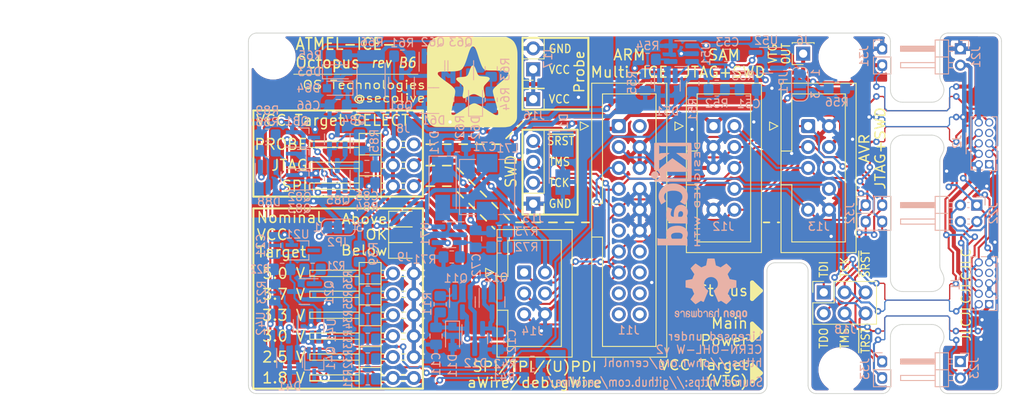
<source format=kicad_pcb>
(kicad_pcb (version 20211014) (generator pcbnew)
  (title_block (rev "${rev}"))
  (layers (0 "F.Cu" signal) (31 "B.Cu" signal) (36 "B.SilkS" user "B.Silkscreen") (37 "F.SilkS" user "F.Silkscreen") (38 "B.Mask" user) (39 "F.Mask" user) (44 "Edge.Cuts" user))
  (property "rev" "B6")
  (net 0 "")
  (net 1 "/VTG")
  (net 2 "/TMS")
  (net 3 "GND")
  (net 4 "/TCK")
  (net 5 "/TDO")
  (net 6 "/TDI")
  (net 8 "/nSRST")
  (net 10 "/nTRST")
  (net 11 "/VIN_PROBE")
  (net 12 "/VIN_JTAG")
  (net 13 "/VoltageLimiter/VIN_SLOW")
  (net 14 "/VIN")
  (net 15 "/VIN_AVR")
  (net 16 "/VoltageBooster/VIN_LIMITED")
  (net 17 "/VoltageLimiter/VREF_1v25")
  (net 18 "/VoltageBooster/VSW")
  (net 19 "/VoltageLimiter/ENABLE")
  (net 20 "/VoltageLimiter/aENABLE")
  (net 21 "/VLED")
  (net 22 "Net-(C72-Pad1)")
  (net 31 "/StatusLeds/BB")
  (net 32 "Net-(D63-Pad1)")
  (net 33 "/VoltageBooster/VIN_T1")
  (net 34 "/StatusLeds/nLED1")
  (net 35 "/StatusLeds/CC")
  (net 36 "/StatusLeds/nLED3")
  (net 37 "/VoltageBooster/VIN_G")
  (net 38 "Net-(D88-Pad3)")
  (net 39 "/VoltageLimiter/D_2V5")
  (net 40 "/VIN_ABOVE")
  (net 41 "/VoltageLimiter/D_3V0")
  (net 42 "/VoltageLimiter/D_3V3")
  (net 43 "/VoltageLimiter/VIN_SCALED")
  (net 44 "/VoltageLimiter/VP")
  (net 45 "/VoltageLimiter/VN")
  (net 46 "Net-(Q61-Pad1)")
  (net 47 "Net-(Q63-Pad1)")
  (net 48 "/VIN_BELOW")
  (net 49 "/StatusLeds/G3")
  (net 50 "/StatusLeds/AA")
  (net 51 "Net-(R72-Pad2)")
  (net 52 "VAA")
  (net 53 "Net-(Q11-Pad1)")
  (net 54 "Net-(Q21-Pad1)")
  (net 55 "/VoltageLimiter/D_3V7")
  (net 56 "/VoltageLimiter/D_5V0")
  (net 57 "/VoltageLimiter/VREF_1v06")
  (net 59 "/StatusLeds/nLED2")
  (net 60 "/VoltageLimiter/VOUT")
  (net 61 "/VoltageBooster/VBOOST")
  (footprint "AA-OSA-misc:mouse-bite-3x4mm-slot" (layer "F.Cu") (at 183 88.5 -90)
    (fp_text reference "MB2" hide)
    (fp_text value "Mouse bites" hide)
  )
  (footprint "MountingHole:MountingHole_2.5mm" (layer "F.Cu") (at 103 81)
    (fp_text reference "H1" hide)
    (fp_text value "MountingHole")
  )
  (footprint "LED_SMD:LED_0805_2012Metric_Pad1.15x1.40mm_HandSolder" (layer "F.Cu") (at 118.9 102.6)
    (fp_text reference "D82" hide)
    (fp_text value "GREEN")
  )
  (footprint "MountingHole:MountingHole_2.5mm" (layer "F.Cu") (at 172 81)
    (fp_text reference "H2" hide)
    (fp_text value "MountingHole")
  )
  (footprint "AA-OSA-connectors:PinHeader_2x06_P2.54mm_Horizontal_Jumper" (layer "F.Cu") (at 120.1 120 180)
    (fp_text reference "J9")
    (fp_text value "~")
  )
  (footprint "AA-OSA-connectors:IDC-Header_2x05_P2.54mm_Vertical_Key7" (layer "F.Cu") (at 156.5 89.4)
    (fp_text reference "J12")
    (fp_text value "conn_02x05_key7")
  )
  (footprint "Connector_PinSocket_2.54mm:PinSocket_1x01_P2.54mm_Vertical" (layer "F.Cu") (at 167.4 80.6 180)
    (fp_text reference "J6")
    (fp_text value "Conn_01x01_Female")
  )
  (footprint "MountingHole:MountingHole_2.5mm" (layer "F.Cu") (at 172 119)
    (fp_text reference "H3" hide)
    (fp_text value "MountingHole")
  )
  (footprint "Connector_PinSocket_2.54mm:PinSocket_2x03_P2.54mm_Vertical" (layer "F.Cu") (at 169.9 109.6 90)
    (fp_text reference "J18")
    (fp_text value "conn_02x03_Female")
  )
  (footprint "Connector_PinHeader_2.54mm:PinHeader_1x01_P2.54mm_Vertical" (layer "F.Cu") (at 134.6 86.125 180)
    (fp_text reference "J16")
    (fp_text value "conn_01x01")
  )
  (footprint "AA-OSA-misc:mouse-bite-3x4mm-slot" (layer "F.Cu") (at 179.5 111.5 90)
    (fp_text reference "MB3" hide)
    (fp_text value "Mouse bites" hide)
  )
  (footprint "Connector_IDC:IDC-Header_2x03_P2.54mm_Vertical" (layer "F.Cu") (at 133.5 107.18)
    (fp_text reference "J14")
    (fp_text value "conn_02x03")
  )
  (footprint "LED_SMD:LED_0805_2012Metric_Pad1.15x1.40mm_HandSolder" (layer "F.Cu") (at 118.9 104.5)
    (fp_text reference "D83" hide)
    (fp_text value "AMBER")
  )
  (footprint "LOGO" (layer "F.Cu") (at 127.2 84.05)
    (fp_text reference "G1" hide)
    (fp_text value "LOGO" hide)
  )
  (footprint "Connector_IDC:IDC-Header_2x10_P2.54mm_Vertical" (layer "F.Cu") (at 145 89.4)
    (fp_text reference "J11")
    (fp_text value "conn_02x10")
  )
  (footprint "Connector_PinSocket_2.54mm:PinSocket_1x02_P2.54mm_Vertical" (layer "F.Cu") (at 134.6 82.5 180)
    (fp_text reference "J17")
    (fp_text value "Conn_01x02_Female")
  )
  (footprint "AA-OSA-misc:mouse-bite-3x4mm-slot" (layer "F.Cu") (at 183 111.5 -90)
    (fp_text reference "MB4" hide)
    (fp_text value "Mouse bites" hide)
  )
  (footprint "AA-OSA-connectors:IDC-Header_2x05_P2.54mm_Vertical_Key7" (layer "F.Cu") (at 168 89.4)
    (fp_text reference "J13")
    (fp_text value "conn_02x05_key7")
  )
  (footprint "Connector_PinHeader_2.54mm:PinHeader_1x04_P2.54mm_Vertical" (layer "F.Cu") (at 134.6 98.825 180)
    (fp_text reference "J15")
    (fp_text value "conn_01x04")
  )
  (footprint "AA-OSA-misc:mouse-bite-3x4mm-slot" (layer "F.Cu") (at 179.5 88.5 90)
    (fp_text reference "MB1" hide)
    (fp_text value "Mouse bites" hide)
  )
  (footprint "LED_SMD:LED_0805_2012Metric_Pad1.15x1.40mm_HandSolder" (layer "F.Cu") (at 118.9 100.7)
    (fp_text reference "D81" hide)
    (fp_text value "RED")
  )
  (footprint "AA-OSA-connectors:PinHeader_2x03_P2.54mm_Horizontal_Jumper" (layer "F.Cu") (at 120.1 96.7 180)
    (fp_text reference "J8")
    (fp_text value "~")
  )
  (footprint "Capacitor_SMD:C_0805_2012Metric_Pad1.18x1.45mm_HandSolder" (layer "B.Cu") (at 122.8 114.9 90)
    (fp_text reference "C11")
    (fp_text value "1u")
  )
  (footprint "AA-OSA-Packages:D_SMA+SMP_Handsoldering" (layer "B.Cu") (at 138.2 93.9 -90)
    (fp_text reference "D1")
    (fp_text value "SMAJ13A")
  )
  (footprint "AA-OSA-connectors:PinHeader_1x02_P2.00mm_Angled" (layer "B.Cu") (at 177 80 180)
    (fp_text reference "J31")
    (fp_text value "Conn_01x02_Angled")
  )
  (footprint "Resistor_SMD:R_0805_2012Metric_Pad1.20x1.40mm_HandSolder" (layer "B.Cu") (at 103.2 109.6 -90)
    (fp_text reference "R23")
    (fp_text value "72k3 0.1%")
  )
  (footprint "AA-OSA-connectors:PinSocket_2x05_P1.27mm_Vertical_AtmelICE_WithTab" (layer "B.Cu") (at 190 111.04)
    (fp_text reference "J1")
    (fp_text value "conn_02x05")
  )
  (footprint "Resistor_SMD:R_0805_2012Metric_Pad1.20x1.40mm_HandSolder" (layer "B.Cu") (at 125.7 86.2 90)
    (fp_text reference "R62")
    (fp_text value "82k")
  )
  (footprint "Resistor_SMD:R_0805_2012Metric_Pad1.20x1.40mm_HandSolder" (layer "B.Cu") (at 102.3 90.5 180)
    (fp_text reference "R89")
    (fp_text value "680k")
  )
  (footprint "Resistor_SMD:R_0805_2012Metric_Pad1.20x1.40mm_HandSolder" (layer "B.Cu") (at 113.5 104.9 90)
    (fp_text reference "R39")
    (fp_text value "48k1 0.1%")
  )
  (footprint "Resistor_SMD:R_0805_2012Metric_Pad1.20x1.40mm_HandSolder" (layer "B.Cu") (at 134.5 120 180)
    (fp_text reference "R41")
    (fp_text value "47k")
  )
  (footprint "Resistor_SMD:R_0805_2012Metric_Pad1.20x1.40mm_HandSolder" (layer "B.Cu") (at 114.5 110.5 180)
    (fp_text reference "R35")
    (fp_text value "30k1 0.1%")
  )
  (footprint "Capacitor_SMD:C_0805_2012Metric_Pad1.18x1.45mm_HandSolder" (layer "B.Cu") (at 125.4 91.8 180)
    (fp_text reference "C71")
    (fp_text value "1u")
  )
  (footprint "AA-OSA-connectors:PinSocket_2x05_P1.27mm_Vertical_AtmelICE_WithTab" (layer "B.Cu") (at 190 94.04)
    (fp_text reference "J2")
    (fp_text value "conn_02x05")
  )
  (footprint "AA-OSA-Packages:SOT-23_Handsoldering" (layer "B.Cu") (at 129.6 110.775 -90)
    (fp_text reference "Q12")
    (fp_text value "CPH3910")
  )
  (footprint "Resistor_SMD:R_0805_2012Metric_Pad1.20x1.40mm_HandSolder" (layer "B.Cu") (at 130.5 102.2 180)
    (fp_text reference "R73")
    (fp_text value "39k")
  )
  (footprint "Capacitor_SMD:C_0805_2012Metric_Pad1.18x1.45mm_HandSolder" (layer "B.Cu") (at 158.1 80.8)
    (fp_text reference "C53")
    (fp_text value "1n")
  )
  (footprint "Symbol:KiCad-Logo2_5mm_SilkScreen" (layer "B.Cu") (at 151.9 97.7 -90)
    (fp_text reference "G3" hide)
    (fp_text value "KiCad logo" hide)
  )
  (footprint "Package_TO_SOT_SMD:SOT-323_SC-70_Handsoldering" (layer "B.Cu") (at 106.63 93.4)
    (fp_text reference "Q82")
    (fp_text value "NX6008NBKW")
  )
  (footprint "AA-OSA-Packages:SOT-23_Handsoldering" (layer "B.Cu") (at 106.8 109.5 180)
    (fp_text reference "Q21")
    (fp_text value "2SK2394")
  )
  (footprint "AA-OSA-connectors:PinHeader_2x02_P2.00mm_Angled" (layer "B.Cu") (at 175 99 180)
    (fp_text reference "J32")
    (fp_text value "Conn_02x02_Angled")
  )
  (footprint "Resistor_SMD:R_0805_2012Metric_Pad1.20x1.40mm_HandSolder" (layer "B.Cu") (at 124.7 105.3)
    (fp_text reference "R71")
    (fp_text value "220k")
  )
  (footprint "AA-OSA-Packages:SOT-23_Handsoldering" (layer "B.Cu") (at 125.8 82.1 90)
    (fp_text reference "Q63")
    (fp_text value "BC857B")
  )
  (footprint "Resistor_SMD:R_0805_2012Metric_Pad1.20x1.40mm_HandSolder" (layer "B.Cu") (at 148.2 84.1 90)
    (fp_text reference "R55")
    (fp_text value "120k")
  )
  (footprint "Connector_PinHeader_2.00mm:PinHeader_2x02_P2.00mm_Horizontal" (layer "B.Cu") (at 188.5 99 180)
    (fp_text reference "J22")
    (fp_text value "Conn_02x02_Angled")
  )
  (footprint "Package_TO_SOT_SMD:SOT-323_SC-70_Handsoldering" (layer "B.Cu") (at 106.63 96)
    (fp_text reference "Q83")
    (fp_text value "NX6008NBKW")
  )
  (footprint "AA-OSA-Packages:SOT-23_Handsoldering" (layer "B.Cu") (at 105 118.1 -90)
    (fp_text reference "D41")
    (fp_text value "BAT54C")
  )
  (footprint "Resistor_SMD:R_0805_2012Metric_Pad1.20x1.40mm_HandSolder" (layer "B.Cu") (at 130.5 104.1)
    (fp_text reference "R72")
    (fp_text value "330k")
  )
  (footprint "Diode_SMD:D_SOD-323_HandSoldering" (layer "B.Cu") (at 110.9 82.8)
    (fp_text reference "D63")
    (fp_text value "PZU5.6B2A")
  )
  (footprint "Connector_PinHeader_2.00mm:PinHeader_1x02_P2.00mm_Horizontal" (layer "B.Cu") (at 186.5 80 180)
    (fp_text reference "J21")
    (fp_text value "Conn_01x02_Angled")
  )
  (footprint "Diode_SMD:D_SOD-323_HandSoldering" (layer "B.Cu") (at 127.6 86.3 90)
    (fp_text reference "D62")
    (fp_text value "PZU5.6B2A")
  )
  (footprint "Resistor_SMD:R_0805_2012Metric_Pad1.20x1.40mm_HandSolder" (layer "B.Cu") (at 123.3 111.0375 90)
    (fp_text reference "R11")
    (fp_text value "560")
  )
  (footprint "Package_TO_SOT_SMD:SOT-323_SC-70_Handsoldering" (layer "B.Cu") (at 108 118.3 -90)
    (fp_text reference "Q41")
    (fp_text value "NX6008NBKW")
  )
  (footprint "AA-OSA-Packages:SOT-23-5_HandSoldering" (layer "B.Cu") (at 103.9 113.7 -90)
    (fp_text reference "U42")
    (fp_text value "NCS2202SN2T1")
  )
  (footprint "AA-OSA-Power:L_6.5x6.5_H4.5" (layer "B.Cu") (at 129 96.8 -90)
    (fp_text reference "L71")
    (fp_text value "LQH5BPN100MT0L")
  )
  (footprint "Resistor_SMD:R_0805_2012Metric_Pad1.20x1.40mm_HandSolder" (layer "B.Cu") (at 114.5 117.7 180)
    (fp_text reference "R32")
    (fp_text value "80k6 0.1%")
  )
  (footprint "AA-OSA-Packages:SOT-23-5_HandSoldering" (layer "B.Cu") (at 152.6 80.6 180)
    (fp_text reference "U51")
    (fp_text value "NCS2200SN2T1")
  )
  (footprint "Resistor_SMD:R_0805_2012Metric_Pad1.20x1.40mm_HandSolder" (layer "B.Cu") (at 104.1 106.8 180)
    (fp_text reference "R22")
    (fp_text value "13k0 0.1%")
  )
  (footprint "AA-OSA-Packages:SOT-23-5_HandSoldering" (layer "B.Cu") (at 162.9 81.4 180)
    (fp_text reference "U52")
    (fp_text value "AP2280-xW")
  )
  (footprint "Resistor_SMD:R_0805_2012Metric_Pad1.20x1.40mm_HandSolder" (layer "B.Cu") (at 114.5 120.1 180)
    (fp_text reference "R31")
    (fp_text value "85k6 0.1%")
  )
  (footprint "AA-OSA-Packages:SOT-23-5_HandSoldering" (layer "B.Cu") (at 124.4 102.6 180)
    (fp_text reference "U71")
    (fp_text value "AP3015A")
  )
  (footprint "Resistor_SMD:R_0805_2012Metric_Pad1.20x1.40mm_HandSolder" (layer "B.Cu") (at 156.9 83.1 180)
    (fp_text reference "R53")
    (fp_text value "390k")
  )
  (footprint "Resistor_SMD:R_0805_2012Metric_Pad1.20x1.40mm_HandSolder" (layer "B.Cu") (at 129.5 82.4 -90)
    (fp_text reference "R63")
    (fp_text value "82k")
  )
  (footprint "AA-OSA-Packages:SOT-23_Handsoldering" (layer "B.Cu") (at 150.9 84.5 -90)
    (fp_text reference "D51")
    (fp_text value "BAT54C")
  )
  (footprint "AA-OSA-Packages:D_SMA+SMP_Handsoldering" (layer "B.Cu") (at 123.6 97 -90)
    (fp_text reference "D71")
    (fp_text value "SS13")
  )
  (footprint "AA-OSA-Packages:SOT-23_Handsoldering" (layer "B.Cu") (at 122.3 82.1 -90)
    (fp_text reference "Q62")
    (fp_text value "NXV100XP")
  )
  (footprint "Resistor_SMD:R_2512_6332Metric_Pad1.40x3.35mm_HandSolder" (layer "B.Cu") (at 114.9 83.9 -90)
    (fp_text reference "R66")
    (fp_text value "10 2W")
  )
  (footprint "Capacitor_SMD:C_0805_2012Metric_Pad1.18x1.45mm_HandSolder" (layer "B.Cu") (at 114.4 94.3 180)
    (fp_text reference "C85")
    (fp_text value "1n")
  )
  (footprint "AA-OSA-Packages:SOT-23_Handsoldering" (layer "B.Cu") (at 110.8 95.4 90)
    (fp_text reference "Q85")
    (fp_text value "BC857B")
  )
  (footprint "AA-OSA-Packages:SOT-23_Handsoldering" (layer "B.Cu") (at 102.4 95.6 -90)
    (fp_text reference "D88")
    (fp_text value "BAT54A")
  )
  (footprint "Capacitor_SMD:C_0805_2012Metric_Pad1.18x1.45mm_HandSolder" (layer "B.Cu") (at 127.6 103.1 90)
    (fp_text reference "C72")
    (fp_text value "10p")
  )
  (footprint "Resistor_SMD:R_0805_2012Metric_Pad1.20x1.40mm_HandSolder" (layer "B.Cu") (at 118.7 80.9 180)
    (fp_text reference "R61")
    (fp_text value "150")
  )
  (footprint "Resistor_SMD:R_0805_2012Metric_Pad1.20x1.40mm_HandSolder" (layer "B.Cu") (at 114.4 96.3 180)
    (fp_text reference "R84")
    (fp_text value "47k")
  )
  (footprint "Resistor_SMD:R_0805_2012Metric_Pad1.20x1.40mm_HandSolder" (layer "B.Cu") (at 114.5 112.9 180)
    (fp_text reference "R34")
    (fp_text value "37k4 0.1%")
  )
  (footprint "Resistor_SMD:R_0805_2012Metric_Pad1.20x1.40mm_HandSolder" (layer "B.Cu") (at 154 84.2 -90)
    (fp_text reference "R51")
    (fp_text value "180k")
  )
  (footprint "AA-OSA-Packages:SOT-23-5_HandSoldering" (layer "B.Cu") (at 107.6 113.7 -90)
    (fp_text reference "U41")
    (fp_text value "NCS2202SN2T1")
  )
  (footprint "Package_TO_SOT_SMD:SOT-323_SC-70_Handsoldering" (layer "B.Cu") (at 106.6 104.5)
    (fp_text reference "U21")
    (fp_text value "TS4061BICT")
  )
  (footprint "Diode_SMD:D_SOD-323_HandSoldering" (layer "B.Cu") (at 124.8 115 -90)
    (fp_text reference "D11")
    (fp_text value "PZU5.6B2A")
  )
  (footprint "Capacitor_SMD:C_0805_2012Metric_Pad1.18x1.45mm_HandSolder" (layer "B.Cu") (at 130.3 115.5 90)
    (fp_text reference "C12")
    (fp_text value "2.2u")
  )
  (footprint "Jumper:SolderJumper-3_P1.3mm_Bridged2Bar12_RoundedPad1.0x1.5mm_NumberLabels" (layer "B.Cu") (at 167 84.3 -90)
    (fp_text reference "JP1")
    (fp_text value "SolderJumper_3_Bridged12")
  )
  (footprint "AA-OSA-connectors:PinHeader_1x02_P2.00mm_Angled" (layer "B.Cu") (at 177 118 180)
    (fp_text reference "J33")
    (fp_text value "Conn_01x02_Angled")
  )
  (footprint "Capacitor_SMD:C_0805_2012Metric_Pad1.18x1.45mm_HandSolder" (layer "B.Cu") (at 110.9 86.9)
    (fp_text reference "C66")
    (fp_text value "1u")
  )
  (footprint "AA-OSA-Packages:SOT-23_Handsoldering" (layer "B.Cu") (at 122.5 86.3)
    (fp_text reference "D61")
    (fp_text value "BAT54S")
  )
  (footprint "Resistor_SMD:R_0805_2012Metric_Pad1.20x1.40mm_HandSolder" (layer "B.Cu") (at 111 80.8)
    (fp_text reference "R65")
    (fp_text value "680k")
  )
  (footprint "Resistor_SMD:R_0805_2012Metric_Pad1.20x1.40mm_HandSolder" (layer "B.Cu") (at 114.5 115.3 180)
    (fp_text reference "R33")
    (fp_text value "48k7 0.1%")
  )
  (footprint "Connector_PinHeader_2.00mm:PinHeader_1x02_P2.00mm_Horizontal" (layer "B.Cu") (at 186.5 118 180)
    (fp_text reference "J23")
    (fp_text value "Conn_01x02_Angled")
  )
  (footprint "Resistor_SMD:R_0805_2012Metric_Pad1.20x1.40mm_HandSolder" (layer "B.Cu") (at 148.5 81.3 180)
    (fp_text reference "R54")
    (fp_text value "180k")
  )
  (footprint "AA-OSA-Packages:SOT-23_Handsoldering" (layer "B.Cu") (at 127.5 115.2 -90)
    (fp_text reference "D12")
    (fp_text value "BAT54C")
  )
  (footprint "Resistor_SMD:R_0805_2012Metric_Pad1.20x1.40mm_HandSolder" (layer "B.Cu") (at 102.3 92.4 180)
    (fp_text reference "R88")
    (fp_text value "6.8k")
  )
  (footprint "Resistor_SMD:R_0805_2012Metric_Pad1.20x1.40mm_HandSolder" (layer "B.Cu") (at 171.5 84.8 180)
    (fp_text reference "R56")
    (fp_text value "1M")
  )
  (footprint "Capacitor_SMD:C_0805_2012Metric_Pad1.18x1.45mm_HandSolder" (layer "B.Cu") (at 160.7 85 180)
    (fp_text reference "C51")
    (fp_text value "33n")
  )
  (footprint "Resistor_SMD:R_0805_2012Metric_Pad1.20x1.40mm_HandSolder" (layer "B.Cu") (at 107.8 106.8)
    (fp_text reference "R21")
    (fp_text value "6.8k")
  )
  (footprint "Resistor_SMD:R_0805_2012Metric_Pad1.20x1.40mm_HandSolder" (layer "B.Cu") (at 114.5 108.1 180)
    (fp_text reference "R36")
    (fp_text value "17k4 0.1%")
  )
  (footprint "Capacitor_SMD:C_0805_2012Metric_Pad1.18x1.45mm_HandSolder" (layer "B.Cu") (at 103.2 103.9 90)
    (fp_text reference "C21")
    (fp_text value "2.2n")
  )
  (footprint "AA-OSA-Packages:SOT-23_Handsoldering" (layer "B.Cu") (at 126 110.775 -90)
    (fp_text reference "Q11")
    (fp_text value "CPH3910")
  )
  (footprint "Resistor_SMD:R_0805_2012Metric_Pad1.20x1.40mm_HandSolder" (layer "B.Cu") (at 113.5 91.4 -90)
    (fp_text reference "R85")
    (fp_text value "280")
  )
  (footprint "Resistor_SMD:R_0805_2012Metric_Pad1.20x1.40mm_HandSolder" (layer "B.Cu") (at 134.5 118.1 180)
    (fp_text reference "R42")
    (fp_text value "47k")
  )
  (footprint "AA-OSA-Packages:SOT-23_Handsoldering" (layer "B.Cu") (at 110.8 91 90)
    (fp_text reference "Q84")
    (fp_text value "BC857B")
  )
  (footprint "Symbol:OSHW-Logo2_9.8x8mm_SilkScreen" (layer "B.Cu") (at 156.2 109.2 180)
    (fp_text reference "G1" hide)
    (fp_text value "OpenHardware Logo" hide)
  )
  (footprint "Resistor_SMD:R_0805_2012Metric_Pad1.20x1.40mm_HandSolder" (layer "B.Cu") (at 156.9 85)
    (fp_text reference "R52")
    (fp_text value "33k")
  )
  (footprint "Resistor_SMD:R_0805_2012Metric_Pad1.20x1.40mm_HandSolder" (layer "B.Cu") (at 129.5 86.2 90)
    (fp_text reference "R64")
    (fp_text value "82k")
  )
  (footprint "Jumper:SolderJumper-3_P1.3mm_Bridged2Bar12_RoundedPad1.0x1.5mm_NumberLabels" (layer "B.Cu") (at 110.9 101.7)
    (fp_text reference "JP2")
    (fp_text value "SolderJumper_3_Bridged12")
  )
  (footprint "Package_TO_SOT_SMD:SOT-323_SC-70_Handsoldering" (layer "B.Cu") (at 106.63 90.8)
    (fp_text reference "Q81")
    (fp_text value "NX6008NBKW")
  )
  (footprint "AA-OSA-Packages:SOT-23_Handsoldering" (layer "B.Cu") (at 118.6 84.1 90)
    (fp_text reference "Q61")
    (fp_text value "CPH3910")
  )
  (footprint "Diode_SMD:D_SOD-323_HandSoldering" (layer "B.Cu") (at 110.8 84.8 180)
    (fp_text reference "D64")
    (fp_text value "PZU5.6B2A")
  )
  (gr_line locked (start 124.6 96.7) (end 123.6 96.7) (layer "F.SilkS") (width 0.2))
  (gr_line locked (start 121.2 121.3) (end 100.6 121.3) (layer "F.SilkS") (width 0.25))
  (gr_line locked (start 161.2 118.4) (end 161.2 120.4) (layer "F.SilkS") (width 0.5))
  (gr_line locked (start 151.5 101.1) (end 151.1 101.1) (layer "F.SilkS") (width 0.2))
  (gr_line locked (start 140 100.155) (end 140 89.855) (layer "F.SilkS") (width 0.25))
  (gr_line locked (start 141.3 87.4) (end 141.3 78.68) (layer "F.SilkS") (width 0.25))
  (gr_line locked (start 128.9 98) (end 128.2 97.3) (layer "F.SilkS") (width 0.2))
  (gr_line locked (start 141.3 78.68) (end 133.3 78.68) (layer "F.SilkS") (width 0.25))
  (gr_line locked (start 130.3 99.4) (end 129.6 98.7) (layer "F.SilkS") (width 0.2))
  (gr_line locked (start 105.5 83.1) (end 120.6 83.1) (layer "F.SilkS") (width 0.1))
  (gr_line locked (start 131.7 100.8) (end 131 100.1) (layer "F.SilkS") (width 0.2))
  (gr_line locked (start 100.6 87.5) (end 121.2 87.5) (layer "F.SilkS") (width 0.25))
  (gr_line locked (start 161.2 120.4) (end 162.25 119.4) (layer "F.SilkS") (width 0.5))
  (gr_line locked (start 164.5 101.1) (end 164.3 101.1) (layer "F.SilkS") (width 0.2))
  (gr_line locked (start 127.5 96.6) (end 126.8 95.9) (layer "F.SilkS") (width 0.2))
  (gr_line locked (start 161.6 119) (end 161.6 119.8) (layer "F.SilkS") (width 0.7))
  (gr_line locked (start 133.3 89.85) (end 133.3 100.15) (layer "F.SilkS") (width 0.25))
  (gr_line (start 126.6 91.6) (end 125.6 91.6) (layer "F.SilkS") (width 0.2))
  (gr_line locked (start 132.7 89.5) (end 133.4 88.8) (layer "F.SilkS") (width 0.2))
  (gr_line locked (start 135.5 101.1) (end 134.5 101.1) (layer "F.SilkS") (width 0.2))
  (gr_line locked (start 131.3 90.9) (end 132 90.2) (layer "F.SilkS") (width 0.2))
  (gr_line locked (start 161.2 113.4) (end 161.2 115.4) (layer "F.SilkS") (width 0.5))
  (gr_line locked (start 129.6 101.6) (end 129.9 101.9) (layer "F.SilkS") (width 0.2))
  (gr_line (start 124.6 91.6) (end 123.6 91.6) (layer "F.SilkS") (width 0.2))
  (gr_line locked (start 121.2 99.4) (end 121.2 121.3) (layer "F.SilkS") (width 0.25))
  (gr_line locked (start 133.5 101.1) (end 132.5 101.1) (layer "F.SilkS") (width 0.2))
  (gr_line locked (start 163.3 101.1) (end 162.6 101.1) (layer "F.SilkS") (width 0.2))
  (gr_line locked (start 121.2 97.97) (end 100.6 97.97) (layer "F.SilkS") (width 0.25))
  (gr_line locked (start 161.6 109) (end 161.6 109.8) (layer "F.SilkS") (width 0.7))
  (gr_line locked (start 124.6 94.2) (end 123.6 94.2) (layer "F.SilkS") (width 0.2))
  (gr_line locked (start 121.2 97.97) (end 121.2 87.5) (layer "F.SilkS") (width 0.25))
  (gr_line locked (start 141.4 101.1) (end 140.5 101.1) (layer "F.SilkS") (width 0.2))
  (gr_line (start 122.6 91.6) (end 121.6 91.6) (layer "F.SilkS") (width 0.2))
  (gr_line locked (start 122.6 96.7) (end 121.6 96.7) (layer "F.SilkS") (width 0.2))
  (gr_line locked (start 139.5 101.1) (end 138.5 101.1) (layer "F.SilkS") (width 0.2))
  (gr_line locked (start 137.5 101.1) (end 136.5 101.1) (layer "F.SilkS") (width 0.2))
  (gr_line locked (start 100.6 87.5) (end 100.6 97.97) (layer "F.SilkS") (width 0.25))
  (gr_line locked (start 133.3 87.4) (end 133.3 78.68) (layer "F.SilkS") (width 0.25))
  (gr_line locked (start 161.2 110.4) (end 162.25 109.4) (layer "F.SilkS") (width 0.5))
  (gr_line locked (start 100.6 99.4) (end 100.6 121.3) (layer "F.SilkS") (width 0.25))
  (gr_line locked (start 161.2 108.4) (end 161.2 110.4) (layer "F.SilkS") (width 0.5))
  (gr_line locked (start 141.3 87.4) (end 133.3 87.4) (layer "F.SilkS") (width 0.25))
  (gr_line locked (start 126.8 98.8) (end 127.5 99.5) (layer "F.SilkS") (width 0.2))
  (gr_line locked (start 121.2 99.4) (end 100.6 99.4) (layer "F.SilkS") (width 0.25))
  (gr_line locked (start 140 100.155) (end 133.3 100.15) (layer "F.SilkS") (width 0.25))
  (gr_line locked (start 162.25 119.4) (end 161.2 118.4) (layer "F.SilkS") (width 0.5))
  (gr_line locked (start 162.25 109.4) (end 161.2 108.4) (layer "F.SilkS") (width 0.5))
  (gr_line locked (start 161.2 115.4) (end 162.25 114.4) (layer "F.SilkS") (width 0.5))
  (gr_line locked (start 152.9 101.1) (end 152.5 101.1) (layer "F.SilkS") (width 0.2))
  (gr_line locked (start 126.1 95.2) (end 125.4 94.5) (layer "F.SilkS") (width 0.2))
  (gr_line locked (start 128.2 100.2) (end 128.9 100.9) (layer "F.SilkS") (width 0.2))
  (gr_line locked (start 125.4 97.4) (end 126.1 98.1) (layer "F.SilkS") (width 0.2))
  (gr_line locked (start 162.25 114.4) (end 161.2 113.4) (layer "F.SilkS") (width 0.5))
  (gr_line locked (start 161.6 114) (end 161.6 114.8) (layer "F.SilkS") (width 0.7))
  (gr_line locked (start 134.1 88.1) (end 134.4 87.8) (layer "F.SilkS") (width 0.2))
  (gr_line (start 128.6 91.6) (end 127.6 91.6) (layer "F.SilkS") (width 0.2))
  (gr_line (start 130.5 91.6) (end 129.6 91.6) (layer "F.SilkS") (width 0.2))
  (gr_line locked (start 122.6 94.2) (end 121.6 94.2) (layer "F.SilkS") (width 0.2))
  (gr_line locked (start 133.3 89.85) (end 140 89.85) (layer "F.SilkS") (width 0.25))
  (gr_line locked (start 184 93.7) (end 184 106.3) (layer "Edge.Cuts") (width 0.1))
  (gr_arc (start 184.5 92) (mid 184.454486 92.366702) (end 184.320707 92.71115) (layer "Edge.Cuts") (width 0.1))
  (gr_arc locked (start 167 106) (mid 167.707107 106.292893) (end 168 107) (layer "Edge.Cuts") (width 0.1))
  (gr_arc (start 184.5 115) (mid 184.454486 115.366702) (end 184.320707 115.71115) (layer "Edge.Cuts") (width 0.1))
  (gr_arc (start 184.320707 107.28885) (mid 184.454486 107.633298) (end 184.5 108) (layer "Edge.Cuts") (width 0.1))
  (gr_line (start 184.179293 92.98885) (end 184.320707 92.71115) (layer "Edge.Cuts") (width 0.1))
  (gr_line locked (start 100 120.9) (end 100 79.1) (layer "Edge.Cuts") (width 0.1))
  (gr_arc locked (start 169 121.9) (mid 168.292893 121.607107) (end 168 120.9) (layer "Edge.Cuts") (width 0.1))
  (gr_line locked (start 163 120.9) (end 163 107) (layer "Edge.Cuts") (width 0.1))
  (gr_arc locked (start 191.5 120.9) (mid 191.207107 121.607107) (end 190.5 121.9) (layer "Edge.Cuts") (width 0.1))
  (gr_arc locked (start 179.5 109.5) (mid 178.43934 109.06066) (end 178 108) (layer "Edge.Cuts") (width 0.1))
  (gr_line locked (start 178 120.9) (end 178 115) (layer "Edge.Cuts") (width 0.1))
  (gr_arc (start 184.179293 84.01115) (mid 184.045514 83.666702) (end 184 83.3) (layer "Edge.Cuts") (width 0.1))
  (gr_arc (start 184.320707 84.28885) (mid 184.454486 84.633298) (end 184.5 85) (layer "Edge.Cuts") (width 0.1))
  (gr_arc locked (start 184.5 108) (mid 184.06066 109.06066) (end 183 109.5) (layer "Edge.Cuts") (width 0.1))
  (gr_arc locked (start 163 107) (mid 163.292893 106.292893) (end 164 106) (layer "Edge.Cuts") (width 0.1))
  (gr_arc locked (start 183 90.5) (mid 184.06066 90.93934) (end 184.5 92) (layer "Edge.Cuts") (width 0.1))
  (gr_line locked (start 178 85) (end 178 79.1) (layer "Edge.Cuts") (width 0.1))
  (gr_arc locked (start 185 121.9) (mid 184.292893 121.607107) (end 184 120.9) (layer "Edge.Cuts") (width 0.1))
  (gr_line locked (start 177 121.9) (end 169 121.9) (layer "Edge.Cuts") (width 0.1))
  (gr_arc locked (start 178 120.9) (mid 177.707107 121.607107) (end 177 121.9) (layer "Edge.Cuts") (width 0.1))
  (gr_line locked (start 177 78.1) (end 101 78.1) (layer "Edge.Cuts") (width 0.1))
  (gr_line locked (start 162 121.9) (end 101 121.9) (layer "Edge.Cuts") (width 0.1))
  (gr_line locked (start 184 79.1) (end 184 83.3) (layer "Edge.Cuts") (width 0.1))
  (gr_line locked (start 190.5 121.9) (end 185 121.9) (layer "Edge.Cuts") (width 0.1))
  (gr_line locked (start 183 109.5) (end 179.5 109.5) (layer "Edge.Cuts") (width 0.1))
  (gr_arc (start 184 116.7) (mid 184.045514 116.333298) (end 184.179293 115.98885) (layer "Edge.Cuts") (width 0.1))
  (gr_arc locked (start 177 78.1) (mid 177.707107 78.392893) (end 178 79.1) (layer "Edge.Cuts") (width 0.1))
  (gr_line locked (start 178 108) (end 178 92) (layer "Edge.Cuts") (width 0.1))
  (gr_arc locked (start 163 120.9) (mid 162.707107 121.607107) (end 162 121.9) (layer "Edge.Cuts") (width 0.1))
  (gr_line locked (start 167 106) (end 164 106) (layer "Edge.Cuts") (width 0.1))
  (gr_line (start 184.179293 107.01115) (end 184.320707 107.28885) (layer "Edge.Cuts") (width 0.1))
  (gr_arc locked (start 100 79.1) (mid 100.292893 78.392893) (end 101 78.1) (layer "Edge.Cuts") (width 0.1))
  (gr_line locked (start 184 116.7) (end 184 120.9) (layer "Edge.Cuts") (width 0.1))
  (gr_arc locked (start 184 79.1) (mid 184.292893 78.392893) (end 185 78.1) (layer "Edge.Cuts") (width 0.1))
  (gr_arc locked (start 101 121.9) (mid 100.292893 121.607107) (end 100 120.9) (layer "Edge.Cuts") (width 0.1))
  (gr_line (start 183 113.5) (end 179.5 113.5) (layer "Edge.Cuts") (width 0.1))
  (gr_arc locked (start 178 92) (mid 178.43934 90.93934) (end 179.5 90.5) (layer "Edge.Cuts") (width 0.1))
  (gr_arc (start 184 93.7) (mid 184.045514 93.333298) (end 184.179293 92.98885) (layer "Edge.Cuts") (width 0.1))
  (gr_arc locked (start 183 113.5) (mid 184.06066 113.93934) (end 184.5 115) (layer "Edge.Cuts") (width 0.1))
  (gr_arc locked (start 184.5 85) (mid 184.06066 86.06066) (end 183 86.5) (layer "Edge.Cuts") (width 0.1))
  (gr_line locked (start 183 90.5) (end 179.5 90.5) (layer "Edge.Cuts") (width 0.1))
  (gr_line (start 184.179293 84.01115) (end 184.320707 84.28885) (layer "Edge.Cuts") (width 0.1))
  (gr_line locked (start 190.5 78.1) (end 185 78.1) (layer "Edge.Cuts") (width 0.1))
  (gr_line (start 184.179293 115.98885) (end 184.320707 115.71115) (layer "Edge.Cuts") (width 0.1))
  (gr_line locked (start 168 120.9) (end 168 107) (layer "Edge.Cuts") (width 0.1))
  (gr_arc locked (start 178 115) (mid 178.43934 113.93934) (end 179.5 113.5) (layer "Edge.Cuts") (width 0.1))
  (gr_arc locked (start 190.5 78.1) (mid 191.207107 78.392893) (end 191.5 79.1) (layer "Edge.Cuts") (width 0.1))
  (gr_line locked (start 183 86.5) (end 179.5 86.5) (layer "Edge.Cuts") (width 0.1))
  (gr_line locked (start 191.5 79.1) (end 191.5 120.9) (layer "Edge.Cuts") (width 0.1))
  (gr_arc locked (start 179.5 86.5) (mid 178.43934 86.06066) (end 178 85) (layer "Edge.Cuts") (width 0.1))
  (gr_arc (start 184.179293 107.01115) (mid 184.045514 106.666702) (end 184 106.3) (layer "Edge.Cuts") (width 0.1))
  (gr_text "Source: https://github.com/secolive/" (at 162.6 120.5) (layer "B.SilkS") (effects (font (size 1.1 0.9)) (justify left mirror)))
  (gr_text "Licensed under\nCERN-OHL-W v2\nhttps://ohwr.org/cernohl" (at 162.55 116.55) (layer "B.SilkS") (effects (font (size 1 1)) (justify left mirror)))
  (gr_text "SPI/TPI/(U)PDI\naWire/debugWire" (at 134.78 119.6) (layer "F.SilkS") (effects (font (size 1.2 1.3) (thickness 0.18))))
  (gr_text "Below" (at 117 104.5) (layer "F.SilkS") (effects (font (size 1.2 1.3) (thickness 0.18)) (justify right)))
  (gr_text "TCK" (at 136.4 96.285) (layer "F.SilkS") (effects (font (size 1 0.9)) (justify left)))
  (gr_text "VCC" (at 136.4 82.55) (layer "F.SilkS") (effects (font (size 1 0.9)) (justify left)))
  (gr_text "VCC Target SELECT" (at 100.8 88.7) (layer "F.SilkS") (effects (font (size 1.3 1.3) (thickness 0.18)) (justify left)))
  (gr_text "TDI" (at 169.9 107.9 90) (layer "F.SilkS") (effects (font (size 1 0.9)) (justify left)))
  (gr_text "OK" (at 117 102.6) (layer "F.SilkS") (effects (font (size 1.2 1.3) (thickness 0.18)) (justify right)))
  (gr_text "Nominal\nVCC\nTarget" (at 100.9 102.6) (layer "F.SilkS") (effects (font (size 1.3 1.3) (thickness 0.18)) (justify left)))
  (gr_text "SAM\nJTAG+SWD" (at 157.78 81.8) (layer "F.SilkS") (effects (font (size 1.3 1.3) (thickness 0.18))))
  (gr_text "VTG\nOUT" (at 164.5 80.6 90) (layer "F.SilkS") (effects (font (size 1 0.9))))
  (gr_text "SWD" (at 131.9 94.9 90) (layer "F.SilkS") (effects (font (size 1.3 1.3) (thickness 0.18))))
  (gr_text "TMS" (at 136.4 93.745) (layer "F.SilkS") (effects (font (size 1 0.9)) (justify left)))
  (gr_text "5.0 V" (at 107 107.3) (layer "F.SilkS") (effects (font (size 1.3 1.3) (thickness 0.18)) (justify right)))
  (gr_text "OS Technologies\n@secolive" (at 121.6 85.2) (layer "F.SilkS") (effects (font (size 1 1.2)) (justify right)))
  (gr_text "VCC" (at 136.4 86.125) (layer "F.SilkS") (effects (font (size 1 0.9)) (justify left)))
  (gr_text "Above" (at 117 100.7) (layer "F.SilkS") (effects (font (size 1.2 1.3) (thickness 0.18)) (justify right)))
  (gr_text "~{SRST}" (at 174.98 107.9 90) (layer "F.SilkS") (effects (font (size 1 0.9)) (justify left)))
  (gr_text "3.7 V" (at 107 109.84) (layer "F.SilkS") (effects (font (size 1.3 1.3) (thickness 0.18)) (justify right)))
  (gr_text "3.3 V" (at 107 112.38) (layer "F.SilkS") (effects (font (size 1.3 1.3) (thickness 0.18)) (justify right)))
  (gr_text "JLCJLCJLCJLC" (at 187.2 109.9 90) (layer "F.SilkS") (effects (font (size 1.1 1.1) (thickness 0.154))))
  (gr_text "Status" (at 160.8 109.4) (layer "F.SilkS") (effects (font (size 1.3 1.3) (thickness 0.18)) (justify right)))
  (gr_text "2.5 V" (at 107 117.46) (layer "F.SilkS") (effects (font (size 1.3 1.3) (thickness 0.18)) (justify right)))
  (gr_text "PROBE" (at 107.3 91.62) (layer "F.SilkS") (effects (font (size 1.3 1.3) (thickness 0.18)) (justify right)))
  (gr_text "Main\nPower" (at 160.8 114.4) (layer "F.SilkS") (effects (font (size 1.3 1.3) (thickness 0.18)) (justify right)))
  (gr_text "1.8 V" (at 107 120) (layer "F.SilkS") (effects (font (size 1.3 1.3) (thickness 0.18)) (justify right)))
  (gr_text "VCC Target\n(VTG)" (at 160.8 119.4) (layer "F.SilkS") (effects (font (size 1.2 1.3) (thickness 0.18)) (justify right)))
  (gr_text "~{SRST}" (at 136.2 91.205) (layer "F.SilkS") (effects (font (size 1 0.9)) (justify left)))
  (gr_text "TCK" (at 172.44 107.9 90) (layer "F.SilkS") (effects (font (size 1 0.9)) (justify left)))
  (gr_text "TDO" (at 169.9 113.8 90) (layer "F.SilkS") (effects (font (size 1 0.9)) (justify right)))
  (gr_text "SPI" (at 107.3 96.7) (layer "F.SilkS") (effects (font (size 1.3 1.3) (thickness 0.18)) (justify right)))
  (gr_text "JTAG" (at 107.3 94.16) (layer "F.SilkS") (effects (font (size 1.3 1.3) (thickness 0.18)) (justify right)))
  (gr_text "GND" (at 136.4 98.825) (layer "F.SilkS") (effects (font (size 1 0.9)) (justify left)))
  (gr_text "AVR\nJTAG+SWD" (at 175.8 92.1 90) (layer "F.SilkS") (effects (font (size 1.2 1.3) (thickness 0.18))))
  (gr_text "rev ${rev}" (at 120.5 81.7) (layer "F.SilkS") (effects (font (size 1.2 1.1) (thickness 0.18) italic) (justify right)))
  (gr_text "Probe" (at 140.2 82.8 90) (layer "F.SilkS") (effects (font (size 1.2 1.2) (thickness 0.18))))
  (gr_text "ARM\nMulti-ICE" (at 146.28 81.8) (layer "F.SilkS") (effects (font (size 1.3 1.3) (thickness 0.18))))
  (gr_text "TMS" (at 172.44 113.8 90) (layer "F.SilkS") (effects (font (size 1 0.9)) (justify right)))
  (gr_text "ATMEL-ICE-\nOctopus" (at 105.6 80.55) (layer "F.SilkS") (effects (font (size 1.4 1.3) (thickness 0.2)) (justify left)))
  (gr_text "~{TRST}" (at 174.98 113.8 90) (layer "F.SilkS") (effects (font (size 1 0.9)) (justify right)))
  (gr_text "3.0 V" (at 107 114.92) (layer "F.SilkS") (effects (font (size 1.3 1.3) (thickness 0.18)) (justify right)))
  (gr_text "GND" (at 136.4 80.01) (layer "F.SilkS") (effects (font (size 1 0.9)) (justify left)))
  (segment (start 188.592857 92.77) (end 187.735 93.627857) (width 0.49) (layer "F.Cu") (net 1))
  (segment (start 168.6 84) (end 168.2 84) (width 0.49) (layer "F.Cu") (net 1))
  (segment (start 186.672894 108.026813) (end 187.18 108.533919) (width 0.49) (layer "F.Cu") (net 1))
  (segment (start 187.18 109.096812) (end 187.735 109.651812) (width 0.49) (layer "F.Cu") (net 1))
  (segment (start 185.700239 103.975483) (end 186.224517 104.499761) (width 0.49) (layer "F.Cu") (net 1))
  (segment (start 186.224517 104.499761) (end 186.235 104.499761) (width 0.49) (layer "F.Cu") (net 1))
  (segment (start 187.5 84.6) (end 187.7 84.4) (width 0.49) (layer "F.Cu") (net 1))
  (segment (start 187.7 84.4) (end 187.7 82.3) (width 0.49) (layer "F.Cu") (net 1))
  (segment (start 147.948482 82.905) (end 146.553482 84.3) (width 0.49) (layer "F.Cu") (net 1))
  (segment (start 187.735 96.11037) (end 185.3 98.54537) (width 0.49) (layer "F.Cu") (net 1))
  (segment (start 168.2 84) (end 167.105 82.905) (width 0.49) (layer "F.Cu") (net 1))
  (segment (start 186 84.6) (end 187.5 84.6) (width 0.49) (layer "F.Cu") (net 1))
  (segment (start 186.672894 107.463918) (end 186.672894 108.026813) (width 0.49) (layer "F.Cu") (net 1))
  (segment (start 175.3 82) (end 177 82) (width 0.49) (layer "F.Cu") (net 1))
  (segment (start 185.3 101.855108) (end 185.700239 102.255347) (width 0.49) (layer "F.Cu") (net 1))
  (segment (start 187.735 93.627857) (end 187.735 96.11037) (width 0.49) (layer "F.Cu") (net 1))
  (segment (start 173.1 84.2) (end 175.3 82) (width 0.49) (layer "F.Cu") (net 1))
  (segment (start 187.18 108.533919) (end 187.18 109.096812) (width 0.49) (layer "F.Cu") (net 1))
  (segment (start 133.735 84.3) (end 130.03 88.005) (width 0.49) (layer "F.Cu") (net 1))
  (segment (start 187.735 111.452142) (end 188.317857 112.035) (width 0.49) (layer "F.Cu") (net 1))
  (segment (start 130.03 88.005) (end 103.595 88.005) (width 0.49) (layer "F.Cu") (net 1))
  (segment (start 187.4 82) (end 186.5 82) (width 0.49) (layer "F.Cu") (net 1))
  (segment (start 167.105 82.905) (end 147.948482 82.905) (width 0.49) (layer "F.Cu") (net 1))
  (segment (start 190 111.3) (end 190 111.04) (width 0.49) (layer "F.Cu") (net 1))
  (segment (start 167.105 82.905) (end 167.4 82.61) (width 0.49) (layer "F.Cu") (net 1))
  (segment (start 102 95.170141) (end 101.577477 95.592664) (width 0.49) (layer "F.Cu") (net 1))
  (segment (start 168.8 84.2) (end 173.1 84.2) (width 0.49) (layer "F.Cu") (net 1))
  (segment (start 146.553482 84.3) (end 133.735 84.3) (width 0.49) (layer "F.Cu") (net 1))
  (segment (start 102 89.6) (end 102 95.170141) (width 0.49) (layer "F.Cu") (net 1))
  (segment (start 168.8 84.2) (end 168.6 84) (width 0.49) (layer "F.Cu") (net 1))
  (segment (start 185.700239 102.255347) (end 185.700239 103.975483) (width 0.49) (layer "F.Cu") (net 1))
  (segment (start 187.7 82.3) (end 187.4 82) (width 0.49) (layer "F.Cu") (net 1))
  (segment (start 187.735 109.651812) (end 187.735 111.452142) (width 0.49) (layer "F.Cu") (net 1))
  (segment (start 185.3 98.54537) (end 185.3 101.855108) (width 0.49) (layer "F.Cu") (net 1))
  (segment (start 186.235 107.026024) (end 186.672894 107.463918) (width 0.49) (layer "F.Cu") (net 1))
  (segment (start 186.235 104.499761) (end 186.235 107.026024) (width 0.49) (layer "F.Cu") (net 1))
  (segment (start 188.317857 112.035) (end 189.265 112.035) (width 0.49) (layer "F.Cu") (net 1))
  (segment (start 189.265 112.035) (end 190 111.3) (width 0.49) (layer "F.Cu") (net 1))
  (segment (start 103.595 88.005) (end 102 89.6) (width 0.49) (layer "F.Cu") (net 1))
  (segment (start 167.4 82.61) (end 167.4 80.6) (width 0.49) (layer "F.Cu") (net 1))
  (via (at 101.577477 95.592664) (size 0.8) (drill 0.4) (layers "F.Cu" "B.Cu") (net 1))
  (via locked (at 176.3 84.6) (size 0.8) (drill 0.4) (layers "F.Cu" "B.Cu") (net 1))
  (via (at 168.6 84) (size 0.8) (drill 0.4) (layers "F.Cu" "B.Cu") (net 1))
  (via locked (at 186 84.6) (size 0.8) (drill 0.4) (layers "F.Cu" "B.Cu") (net 1))
  (segment (start 188.317857 92.495) (end 187.735 91.912143) (width 0.49) (layer "B.Cu") (net 1))
  (segment (start 168.3 84.3) (end 167 84.3) (width 0.49) (layer "B.Cu") (net 1))
  (segment (start 169.4 84.8) (end 168.6 84) (width 0.49) (layer "B.Cu") (net 1))
  (segment (start 187.735 91.912143) (end 187.735 82.335) (width 0.49) (layer "B.Cu") (net 1))
  (segment (start 170.5 84.8) (end 169.4 84.8) (width 0.49) (layer "B.Cu") (net 1))
  (segment (start 177.2 84.6) (end 176.3 84.6) (width 0.1524) (layer "B.Cu") (net 1))
  (segment (start 184.869799 87.530201) (end 177.630201 87.530201) (width 0.1524) (layer "B.Cu") (net 1))
  (segment (start 185.2 87.2) (end 184.869799 87.530201) (width 0.1524) (layer "B.Cu") (net 1))
  (segment (start 185.4 84.6) (end 185.2 84.8) (width 0.1524) (layer "B.Cu") (net 1))
  (segment (start 186 84.6) (end 185.4 84.6) (width 0.1524) (layer "B.Cu") (net 1))
  (segment (start 177.319799 84.719799) (end 177.2 84.6) (width 0.1524) (layer "B.Cu") (net 1))
  (segment (start 101.45 95.465187) (end 101.45 94.4) (width 0.49) (layer "B.Cu") (net 1))
  (segment (start 101.577477 95.592664) (end 101.45 95.465187) (width 0.49) (layer "B.Cu") (net 1))
  (segment (start 177.319799 87.219799) (end 177.319799 84.719799) (width 0.1524) (layer "B.Cu") (net 1))
  (segment (start 185.2 84.8) (end 185.2 87.2) (width 0.1524) (layer "B.Cu") (net 1))
  (segment (start 176.3 84.6) (end 176.3 83.5) (width 0.1524) (layer "B.Cu") (net 1))
  (segment (start 187.4 82) (end 186.5 82) (width 0.49) (layer "B.Cu") (net 1))
  (segment (start 177.630201 87.530201) (end 177.319799 87.219799) (width 0.1524) (layer "B.Cu") (net 1))
  (segment (start 187.735 82.335) (end 187.4 82) (width 0.49) (layer "B.Cu") (net 1))
  (segment (start 176.3 83.5) (end 176.9 82.9) (width 0.1524) (layer "B.Cu") (net 1))
  (segment (start 177 82) (end 177 82.9) (width 0.1524) (layer "B.Cu") (net 1))
  (segment (start 176.9 82.9) (end 177 82.9) (width 0.1524) (layer "B.Cu") (net 1))
  (segment (start 168.6 84) (end 168.3 84.3) (width 0.49) (layer "B.Cu") (net 1))
  (segment (start 188.6295 114.3) (end 185.952345 114.3) (width 0.25) (layer "F.Cu") (net 2))
  (segment (start 188.855016 114.3) (end 190.9 112.255016) (width 0.25) (layer "F.Cu") (net 2))
  (segment (start 173.7 110.072412) (end 173.7 107.814212) (width 0.25) (layer "F.Cu") (net 2))
  (segment (start 177.3 112.7) (end 177.3 114.2) (width 0.1524) (layer "F.Cu") (net 2))
  (segment (start 172.44 112.14) (end 172.44 111.332412) (width 0.25) (layer "F.Cu") (net 2))
  (segment (start 174.4255 97.6) (end 172.5305 95.705) (width 0.25) (layer "F.Cu") (net 2))
  (segment (start 190.9 105.2945) (end 189.8055 104.2) (width 0.25) (layer "F.Cu") (net 2))
  (segment (start 185.952345 114.3) (end 185.360402 114.3) (width 0.1524) (layer "F.Cu") (net 2))
  (segment (start 155.246906 90.715) (end 150.166906 95.795) (width 0.25) (layer "F.Cu") (net 2))
  (segment (start 136.555 95.7) (end 134.6 93.745) (width 0.25) (layer "F.Cu") (net 2))
  (segment (start 190.9 112.255016) (end 190.9 105.2945) (width 0.25) (layer "F.Cu") (net 2))
  (segment (start 185.360402 114.3) (end 185.180201 114.119799) (width 0.1524) (layer "F.Cu") (net 2))
  (segment (start 146.225 95.795) (end 145 97.02) (width 0.25) (layer "F.Cu") (net 2))
  (segment (start 184.969799 112.469799) (end 177.530201 112.469799) (width 0.1524) (layer "F.Cu") (net 2))
  (segment (start 159.04 89.4) (end 157.725 90.715) (width 0.25) (layer "F.Cu") (net 2))
  (segment (start 141.438094 95.7) (end 136.555 95.7) (width 0.25) (layer "F.Cu") (net 2))
  (segment (start 175.5 106.014212) (end 175.5 104.3) (width 0.25) (layer "F.Cu") (net 2))
  (segment (start 175.2 113.8) (end 175.7 114.3) (width 0.25) (layer "F.Cu") (net 2))
  (segment (start 185.180201 112.680201) (end 184.969799 112.469799) (width 0.1524) (layer "F.Cu") (net 2))
  (segment (start 177.2 114.3) (end 176.5 114.3) (width 0.1524) (layer "F.Cu") (net 2))
  (segment (start 172.44 111.332412) (end 173.7 110.072412) (width 0.25) (layer "F.Cu") (net 2))
  (segment (start 185.180201 114.119799) (end 185.180201 112.680201) (width 0.1524) (layer "F.Cu") (net 2))
  (segment (start 142.869047 97.130953) (end 141.438094 95.7) (width 0.25) (layer "F.Cu") (net 2))
  (segment (start 175.5 104.3) (end 177 102.8) (width 0.25) (layer "F.Cu") (net 2))
  (segment (start 142.869047 97.130953) (end 144.889047 97.130953) (width 0.25) (layer "F.Cu") (net 2))
  (segment (start 177 102.8) (end 177 101) (width 0.25) (layer "F.Cu") (net 2))
  (segment (start 157.725 90.715) (end 155.246906 90.715) (width 0.25) (layer "F.Cu") (net 2))
  (segment (start 169.225 95.705) (end 168 94.48) (width 0.25) (layer "F.Cu") (net 2))
  (segment (start 172.5305 95.705) (end 169.225 95.705) (width 0.25) (layer "F.Cu") (net 2))
  (segment (start 177.3 114.2) (end 177.2 114.3) (width 0.1524) (layer "F.Cu") (net 2))
  (segment (start 150.166906 95.795) (end 146.225 95.795) (width 0.25) (layer "F.Cu") (net 2))
  (segment (start 188.6295 114.3) (end 188.855016 114.3) (width 0.25) (layer "F.Cu") (net 2))
  (segment (start 177.530201 112.469799) (end 177.3 112.7) (width 0.1524) (layer "F.Cu") (net 2))
  (segment (start 173.7 107.814212) (end 175.5 106.014212) (width 0.25) (layer "F.Cu") (net 2))
  (segment (start 175.7 114.3) (end 176.5 114.3) (width 0.25) (layer "F.Cu") (net 2))
  (via (at 174.4255 97.6) (size 0.8) (drill 0.4) (layers "F.Cu" "B.Cu") (net 2))
  (via (at 188.6295 114.3) (size 0.8) (drill 0.4) (layers "F.Cu" "B.Cu") (net 2))
  (via (at 189.8055 104.2) (size 0.8) (drill 0.4) (layers "F.Cu" "B.Cu") (net 2))
  (via locked (at 185.952345 114.3) (size 0.8) (drill 0.4) (layers "F.Cu" "B.Cu") (net 2))
  (via (at 175.2 113.8) (size 0.8) (drill 0.4) (layers "F.Cu" "B.Cu") (net 2))
  (via locked (at 176.5 114.3) (size 0.8) (drill 0.4) (layers "F.Cu" "B.Cu") (net 2))
  (segment (start 159.1 89.4) (end 164.18 94.48) (width 0.25) (layer "B.Cu") (net 2))
  (segment (start 188.6295 114.3) (end 188.355 114.0255) (width 0.25) (layer "B.Cu") (net 2))
  (segment (start 190 91.5) (end 190.975 92.475) (width 0.25) (layer "B.Cu") (net 2))
  (segment (start 189.8055 104.2) (end 189.6 103.9945) (width 0.25) (layer "B.Cu") (net 2))
  (segment (start 175.2 97.6) (end 175.975 98.375) (width 0.25) (layer "B.Cu") (net 2))
  (segment (start 189.6 103.9945) (end 189.6 101.4) (width 0.25) (layer "B.Cu") (net 2))
  (segment (start 186.5 101) (end 187.55 102.05) (width 0.25) (layer "B.Cu") (net 2))
  (segment (start 189.6 100.607106) (end 189.6 101.4) (width 0.25) (layer "B.Cu") (net 2))
  (segment (start 187.55 102.05) (end 188.95 102.05) (width 0.25) (layer "B.Cu") (net 2))
  (segment (start 190.975 92.475) (end 190.975 99.232106) (width 0.25) (layer "B.Cu") (net 2))
  (segment (start 175.975 98.375) (end 175.975 99.975) (width 0.25) (layer "B.Cu") (net 2))
  (segment (start 175.975 99.975) (end 177 101) (width 0.25) (layer "B.Cu") (net 2))
  (segment (start 174.4255 97.6) (end 175.2 97.6) (width 0.25) (layer "B.Cu") (net 2))
  (segment (start 188.95 102.05) (end 189.6 101.4) (width 0.25) (layer "B.Cu") (net 2))
  (segment (start 188.355 111.415) (end 188.73 111.04) (width 0.25) (layer "B.Cu") (net 2))
  (segment (start 188.355 114.0255) (end 188.355 111.415) (width 0.25) (layer "B.Cu") (net 2))
  (segment (start 174.1 113.8) (end 172.44 112.14) (width 0.25) (layer "B.Cu") (net 2))
  (segment (start 175.2 113.8) (end 174.1 113.8) (width 0.25) (layer "B.Cu") (net 2))
  (segment (start 164.18 94.48) (end 168 94.48) (width 0.25) (layer "B.Cu") (net 2))
  (segment (start 190.975 99.232106) (end 189.6 100.607106) (width 0.25) (layer "B.Cu") (net 2))
  (segment (start 153.6 96.04) (end 147.54 102.1) (width 0.49) (layer "F.Cu") (net 3))
  (segment (start 190.7 97.7) (end 189.7005 96.7005) (width 0.49) (layer "F.Cu") (net 3))
  (segment (start 153.6 95.6) (end 153.6 96.04) (width 0.49) (layer "F.Cu") (net 3))
  (segment (start 154.72 94.48) (end 153.6 95.6) (width 0.49) (layer "F.Cu") (net 3))
  (segment (start 190.7 103.5) (end 190.7 97.7) (width 0.49) (layer "F.Cu") (net 3))
  (segment (start 147.54 91.94) (end 147.54 94.48) (width 0.49) (layer "F.Cu") (net 3))
  (segment (start 122.525608 119.752979) (end 122.525608 118.925608) (width 0.49) (layer "F.Cu") (net 3))
  (segment (start 122.525608 118.925608) (end 121.06 117.46) (width 0.49) (layer "F.Cu") (net 3))
  (segment (start 121.9025 120.376087) (end 122.525608 119.752979) (width 0.49) (layer "F.Cu") (net 3))
  (segment (start 156.5 94.48) (end 154.72 94.48) (width 0.49) (layer "F.Cu") (net 3))
  (segment (start 121.9025 120.376087) (end 120.476087 120.376087) (width 0.49) (layer "F.Cu") (net 3))
  (segment (start 121.06 117.46) (end 120.1 117.46) (width 0.49) (layer "F.Cu") (net 3))
  (via (at 189.1295 112.9295) (size 0.8) (drill 0.4) (layers "F.Cu" "B.Cu") (net 3))
  (via (at 166 92.7145) (size 0.8) (drill 0.4) (layers "F.Cu" "B.Cu") (net 3))
  (via (at 161.4 88.8945) (size 0.8) (drill 0.4) (layers "F.Cu" "B.Cu") (net 3))
  (via (at 173.4 91) (size 0.8) (drill 0.4) (layers "F.Cu" "B.Cu") (net 3))
  (via (at 170.8 102.8) (size 0.8) (drill 0.4) (layers "F.Cu" "B.Cu") (net 3))
  (via (at 140.1 85.9) (size 0.8) (drill 0.4) (layers "F.Cu" "B.Cu") (net 3))
  (via (at 152.6 80.6) (size 0.8) (drill 0.4) (layers "F.Cu" "B.Cu") (net 3))
  (via (at 135.6 114.2745) (size 0.8) (drill 0.4) (layers "F.Cu" "B.Cu") (net 3))
  (via (at 112.6 100) (size 0.8) (drill 0.4) (layers "F.Cu" "B.Cu") (net 3))
  (via (at 111.1 117.5) (size 0.8) (drill 0.4) (layers "F.Cu" "B.Cu") (net 3))
  (via (at 146.934888 82.369614) (size 0.8) (drill 0.4) (layers "F.Cu" "B.Cu") (net 3))
  (via (at 189.7005 96.7005) (size 0.8) (drill 0.4) (layers "F.Cu" "B.Cu") (net 3))
  (via locked (at 186.8405 88.305) (size 0.8) (drill 0.4) (layers "F.Cu" "B.Cu") (net 3))
  (via (at 108.1895 95.125498) (size 0.8) (drill 0.4) (layers "F.Cu" "B.Cu") (net 3))
  (via locked (at 186 88.3) (size 0.8) (drill 0.4) (layers "F.Cu" "B.Cu") (net 3))
  (via locked (at 175.4 88.3) (size 0.8) (drill 0.4) (layers "F.Cu" "B.Cu") (net 3))
  (via (at 107.6 113.6) (size 0.8) (drill 0.4) (layers "F.Cu" "B.Cu") (net 3))
  (via locked (at 176.3 88.3) (size 0.8) (drill 0.4) (layers "F.Cu" "B.Cu") (net 3))
  (via (at 106.4 95.2255) (size 0.8) (drill 0.4) (layers "F.Cu" "B.Cu") (net 3))
  (via (at 124.5 88.9) (size 0.8) (drill 0.4) (layers "F.Cu" "B.Cu") (net 3))
  (via (at 103.9 113.9) (size 0.8) (drill 0.4) (layers "F.Cu" "B.Cu") (net 3))
  (via (at 149 108.4) (size 0.8) (drill 0.4) (layers "F.Cu" "B.Cu") (net 3))
  (via (at 108.1 89.8) (size 0.8) (drill 0.4) (layers "F.Cu" "B.Cu") (net 3))
  (via (at 184.824498 94.871786) (size 0.8) (drill 0.4) (layers "F.Cu" "B.Cu") (net 3))
  (via (at 114.6495 96.7) (size 0.8) (drill 0.4) (layers "F.Cu" "B.Cu") (net 3))
  (via (at 155.6 79.6) (size 0.8) (drill 0.4) (layers "F.Cu" "B.Cu") (net 3))
  (via (at 163.6 84.8) (size 0.8) (drill 0.4) (layers "F.Cu" "B.Cu") (net 3))
  (via (at 130.6 95.8) (size 0.8) (drill 0.4) (layers "F.Cu" "B.Cu") (net 3))
  (via (at 104.4 102.6) (size 0.8) (drill 0.4) (layers "F.Cu" "B.Cu") (net 3))
  (via (at 190.7 103.5) (size 0.8) (drill 0.4) (layers "F.Cu" "B.Cu") (net 3))
  (via (at 153.9 89.8) (size 0.8) (drill 0.4) (layers "F.Cu" "B.Cu") (net 3))
  (via (at 189 115.3) (size 0.8) (drill 0.4) (layers "F.Cu" "B.Cu") (net 3))
  (segment (start 177.319799 88.4802) (end 177.139599 88.3) (width 0.1524) (layer "B.Cu") (net 3))
  (segment (start 177.460201 89.460201) (end 177.319799 89.319799) (width 0.1524) (layer "B.Cu") (net 3))
  (segment (start 162.9 79.8) (end 162.5 79.4) (width 0.25) (layer "B.Cu") (net 3))
  (segment (start 109.57 116.97) (end 110.1 117.5) (width 0.49) (layer "B.Cu") (net 3))
  (segment (start 105.825 92.75) (end 106.6105 93.5355) (width 0.49) (layer "B.Cu") (net 3))
  (segment (start 185.008782 78.745) (end 188.545 78.745) (width 0.49) (layer "B.Cu") (net 3))
  (segment (start 108.1 89.8) (end 108.1 88.6625) (width 0.49) (layer "B.Cu") (net 3))
  (segment (start 106.7 93.446) (end 106.6105 93.5355) (width 0.49) (layer "B.Cu") (net 3))
  (segment (start 163.6 88) (end 166.5 88) (width 0.49) (layer "B.Cu") (net 3))
  (segment (start 161.7375 84.8) (end 163.6 84.8) (width 0.49) (layer "B.Cu") (net 3))
  (segment (start 184.824498 94.871786) (end 185.656284 94.04) (width 0.49) (layer "B.Cu") (net 3))
  (segment (start 190 108.5) (end 190 109.77) (width 0.49) (layer "B.Cu") (net 3))
  (segment (start 146.934888 81.665112) (end 147.3 81.3) (width 0.49) (layer "B.Cu") (net 3))
  (segment (start 190.975 107.875) (end 190.975 108.1) (width 0.25) (layer "B.Cu") (net 3))
  (segment (start 112 82.8) (end 110.9 83.9) (width 0.49) (layer "B.Cu") (net 3))
  (segment (start 110.9 83.9) (end 110.9 85.8625) (width 0.49) (layer "B.Cu") (net 3))
  (segment (start 103.9 112.4) (end 103.9 111.3) (width 0.49) (layer "B.Cu") (net 3))
  (segment (start 103.9 111.3) (end 103.2 110.6) (width 0.49) (layer "B.Cu") (net 3))
  (segment (start 186.995 88.4595) (end 186.8405 88.305) (width 0.49) (layer "B.Cu") (net 3))
  (segment (start 136.04 113.8345) (end 136.04 112.26) (width 0.49) (layer "B.Cu") (net 3))
  (segment (start 108.089498 95.2255) (end 108.1895 95.125498) (width 0.49) (layer "B.Cu") (net 3))
  (segment (start 106.7 94.9255) (end 106.7 92.9) (width 0.49) (layer "B.Cu") (net 3))
  (segment (start 188.9 115.4) (end 189 115.3) (width 0.49) (layer "B.Cu") (net 3))
  (segment (start 108.1 88.6625) (end 108.38125 88.38125) (width 0.49) (layer "B.Cu") (net 3))
  (segment (start 146.934888 82.369614) (end 146.934888 81.665112) (width 0.49) (layer "B.Cu") (net 3))
  (segment (start 155.6 79.6) (end 156.9 79.6) (width 0.49) (layer "B.Cu") (net 3))
  (segment (start 166.5 88) (end 169.14 88) (width 0.49) (layer "B.Cu") (net 3))
  (segment (start 189.7005 96.7005) (end 189.7005 96.3005) (width 0.49) (layer "B.Cu") (net 3))
  (segment (start 147.54 97.02) (end 147.54 99.56) (width 0.49) (layer "B.Cu") (net 3))
  (segment (start 188.9 115.4) (end 190.4 113.9) (width 0.49) (layer "B.Cu") (net 3))
  (segment (start 171.145 102.455) (end 170.8 102.8) (width 0.49) (layer "B.Cu") (net 3))
  (segment (start 106.7 90.5) (end 106.7 92.9) (width 0.49) (layer "B.Cu") (net 3))
  (segment (start 111.1 117.5) (end 110.1 117.5) (width 0.49) (layer "B.Cu") (net 3))
  (segment (start 108.65 116.97) (end 109.57 116.97) (width 0.49) (layer "B.Cu") (net 3))
  (segment (start 188.73 80.07) (end 188.73 88.96) (width 0.49) (layer "B.Cu") (net 3))
  (segment (start 186 88.3) (end 185.3 88.3) (width 0.1524) (layer "B.Cu") (net 3))
  (segment (start 186.005 88.305) (end 186 88.3) (width 0.25) (layer "B.Cu") (net 3))
  (segment (start 190.86 105.96) (end 190.975 106.075) (width 0.25) (layer "B.Cu") (net 3))
  (segment (start 114.6495 96.7) (end 114.6495 97.9505) (width 0.49) (layer "B.Cu") (net 3))
  (segment (start 105.3 92.75) (end 105.825 92.75) (width 0.49) (layer "B.Cu") (net 3))
  (segment (start 115.5 120.1) (end 117.46 120.1) (width 0.49) (layer "B.Cu") (net 3))
  (segment (start 161.4 88) (end 163.6 88) (width 0.49) (layer "B.Cu") (net 3))
  (segment (start 155.1 89.4) (end 155.1 88.2) (width 0.49) (layer "B.Cu") (net 3))
  (segment (start 190.975 107.875) (end 190.975 110.037894) (width 0.25) (layer "B.Cu") (net 3))
  (segment (start 162.9 82.8) (end 163 82.8) (width 0.25) (layer "B.Cu") (net 3))
  (segment (start 188.545 78.745) (end 188.73 78.93) (width 0.49) (layer "B.Cu") (net 3))
  (segment (start 190.7 103.5) (end 190.7 104.1) (width 0.49) (layer "B.Cu") (net 3))
  (segment (start 162.9 81.3) (end 162.9 82.8) (width 0.25) (layer "B.Cu") (net 3))
  (segment (start 189.259 112.8) (end 189.1295 112.9295) (width 0.49) (layer "B.Cu") (net 3))
  (segment (start 153.9 80.6) (end 152.6 80.6) (width 0.49) (layer "B.Cu") (net 3))
  (segment (start 125.7 87.2) (end 125.7 87.7) (width 0.49) (layer "B.Cu") (net 3))
  (segment (start 190.975 110.037894) (end 190.975 111.925) (width 0.25) (layer "B.Cu") (net 3))
  (segment (start 114.6495 97.9505) (end 112.6 100) (width 0.49) (layer "B.Cu") (net 3))
  (segment (start 135.6 114.2745) (end 136.04 113.8345) (width 0.49) (layer "B.Cu") (net 3))
  (segment (start 190 105.96) (end 190.86 105.96) (width 0.25) (layer "B.Cu") (net 3))
  (segment (start 131.3 92.3) (end 131.3 95.1) (width 0.49) (layer "B.Cu") (net 3))
  (segment (start 154.3 89.4) (end 153.9 89.8) (width 0.49) (layer "B.Cu") (net 3))
  (segment (start 166.5 88) (end 166.5 92.2145) (width 0.49) (layer "B.Cu") (net 3))
  (segment (start 156.5 91.94) (end 155.1 90.54) (width 0.49) (layer "B.Cu") (net 3))
  (segment (start 173.4 86.9) (end 173.04 86.9) (width 0.49) (layer "B.Cu") (net 3))
  (segment (start 190.86 105.96) (end 190.86 104.26) (width 0.25) (layer "B.Cu") (net 3))
  (segment (start 149.2 108.2) (end 149 108.4) (width 0.49) (layer "B.Cu") (net 3))
  (segment (start 137.06 79.96) (end 134.6 79.96) (width 0.49) (layer "B.Cu") (net 3))
  (segment (start 170.54 99.56) (end 171.145 100.165) (width 0.49) (layer "B.Cu") (net 3))
  (segment (start 169.14 88) (end 170.54 89.4) (width 0.49) (layer "B.Cu") (net 3))
  (segment (start 190.4 112.8) (end 189.259 112.8) (width 0.49) (layer "B.Cu") (net 3))
  (segment (start 157.0625 80.8) (end 157.0625 79.7625) (width 0.49) (layer "B.Cu") (net 3))
  (segment (start 147.54 99.56) (end 147.54 102.1) (width 0.49) (layer "B.Cu") (net 3))
  (segment (start 157.1 79.4) (end 156.9 79.6) (width 0.25) (layer "B.Cu") (net 3))
  (segment (start 190 109.77) (end 190.707106 109.77) (width 0.25) (layer "B.Cu") (net 3))
  (segment (start 126.4375 91.8) (end 130.8 91.8) (width 0.49) (layer "B.Cu") (net 3))
  (segment (start 161.4 88.8945) (end 161.4 88) (width 0.49) (layer "B.Cu") (net 3))
  (segment (start 105.27 103.47) (end 104.4 102.6) (width 0.49) (layer "B.Cu") (net 3))
  (segment (start 105.3 90.15) (end 106.35 90.15) (width 0.49) (layer "B.Cu") (net 3))
  (segment (start 186.5 80) (end 188.66 80) (width 0.49) (layer "B.Cu") (net 3))
  (segment (start 106.7 92.9) (end 106.7 93.446) (width 0.49) (layer "B.Cu") (net 3))
  (segment (start 190.707106 109.77) (end 190.975 110.037894) (width 0.25) (layer "B.Cu") (net 3))
  (segment (start 188.66 80) (end 188.73 80.07) (width 0.49) (layer "B.Cu") (net 3))
  (segment (start 110.9 85.8625) (end 109.8625 86.9) (width 0.49) (layer "B.Cu") (net 3))
  (segment (start 177.319799 89.319799) (end 177.319799 88.4802) (width 0.1524) (layer "B.Cu") (net 3))
  (segment (start 156.9 79.6) (end 157.0625 79.7625) (width 0.49) (layer "B.Cu") (net 3))
  (segment (start 131.3 95.1) (end 130.6 95.8) (width 0.49) (layer "B.Cu") (net 3))
  (segment (start 163 81.4) (end 162.9 81.3) (width 0.25) (layer "B.Cu") (net 3))
  (segment (start 149.2 103.9) (end 149.2 108.2) (width 0.49) (layer "B.Cu") (net 3))
  (segment (start 174.2 86.9) (end 173.4 86.9) (width 0.49) (layer "B.Cu") (net 3))
  (segment (start 107.5625 89.2) (end 108.38125 88.38125) (width 0.49) (layer "B.Cu") (net 3))
  (segment (start 175 81) (end 175 86.1) (width 0.49) (layer "B.Cu") (net 3))
  (segment (start 107.6 112.4) (end 107.6 113.6) (width 0.49) (layer "B.Cu") (net 3))
  (segment (start 106.35 90.15) (end 106.7 90.5) (width 0.49) (layer "B.Cu") (net 3))
  (segment (start 184.7 79) (end 184.949895 78.750105) (width 0.49) (layer "B.Cu") (net 3))
  (segment (start 188.54 94.04) (end 187.44 94.04) (width 0.49) (layer "B.Cu") (net 3))
  (segment (start 177 80) (end 176 80) (width 0.49) (layer "B.Cu") (net 3))
  (segment (start 147.54 102.1) (end 149.2 103.76) (width 0.49) (layer "B.Cu") (net 3))
  (segment (start 155.3 88) (end 161.4 88) (width 0.49) (layer "B.Cu") (net 3))
  (segment (start 186.995 93.595) (end 186.995 89.695) (width 0.49) (layer "B.Cu") (net 3))
  (segment (start 173.4 86.9) (end 173.4 91) (width 0.49) (layer "B.Cu") (net 3))
  (segment (start 190.975 111.925) (end 190.4 112.5) (width 0.25) (layer "B.Cu") (net 3))
  (segment (start 177.139599 88.3) (end 176.3 88.3) (width 0.1524) (layer "B.Cu") (net 3))
  (segment (start 166.5 92.2145) (end 166 92.7145) (width 0.49) (layer "B.Cu") (net 3))
  (segment (start 163.6 84.8) (end 163.6 88) (width 0.49) (layer "B.Cu") (net 3))
  (segment (start 140.1 85.9) (end 140.1 83) (width 0.49) (layer "B.Cu") (net 3))
  (segment (start 155.1 90.54) (end 155.1 89.4) (width 0.49) (layer "B.Cu") (net 3))
  (segment (start 189.7005 96.3005) (end 188.73 95.33) (width 0.49) (layer "B.Cu") (net 3))
  (segment (start 186.995 83.545) (end 186.85 83.4) (width 0.49) (layer "B.Cu") (net 3))
  (segment (start 184.939799 89.460201) (end 177.460201 89.460201) (width 0.1524) (layer "B.Cu") (net 3))
  (segment (start 156.5 91.94) (end 156.5 94.48) (width 0.49) (layer "B.Cu") (net 3))
  (segment (start 105.3 90.15) (end 105.3 89.5) (width 0.49) (layer "B.Cu") (net 3))
  (segment (start 175 86.1) (end 174.2 86.9) (width 0.49) (layer "B.Cu") (net 3))
  (segment (start 190.4 113.9) (end 190.4 112.8) (width 0.49) (layer "B.Cu") (net 3))
  (segment (start 108.38125 88.38125) (end 109.8625 86.9) (width 0.49) (layer "B.Cu") (net 3))
  (segment (start 106.4 95.2255) (end 108.089498 95.2255) (width 0.49) (layer "B.Cu") (net 3))
  (segment (start 186.995 89.695) (end 186.995 83.545) (width 0.49) (layer "B.Cu") (net 3))
  (segment (start 164.2 81.4) (end 163 81.4) (width 0.25) (layer "B.Cu") (net 3))
  (segment (start 186.995 89.695) (end 186.995 88.4595) (width 0.49) (layer "B.Cu") (net 3))
  (segment (start 190.7 104.571222) (end 190.7 104.1) (width 0.49) (layer "B.Cu") (net 3))
  (segment (start 190.4 112.8) (end 190.4 112.5) (width 0.49) (layer "B.Cu") (net 3))
  (segment (start 155.1 88.2) (end 155.3 88) (width 0.49) (layer "B.Cu") (net 3))
  (segment (start 171.145 100.165) (end 171.145 102.455) (width 0.49) (layer "B.Cu") (net 3))
  (segment (start 103.2 102.8625) (end 104.1375 102.8625) (width 0.49) (layer "B.Cu") (net 3))
  (segment (start 190 105.96) (end 190 105.271222) (width 0.49) (layer "B.Cu") (net 3))
  (segment (start 190 105.271222) (end 190.7 104.571222) (width 0.49) (layer "B.Cu") (net 3))
  (segment (start 105.3 89.5) (end 105.6 89.2) (width 0.49) (layer "B.Cu") (net 3))
  (segment (start 184.7 82.4) (end 184.7 79) (width 0.49) (layer "B.Cu") (net 3))
  (segment (start 173.04 86.9) (end 170.54 89.4) (width 0.49) (layer "B.Cu") (net 3))
  (segment (start 114.6495 96.7) (end 115.0495 96.3) (width 0.49) (layer "B.Cu") (net 3))
  (segment (start 185.003677 78.750105) (end 185.008782 78.745) (width 0.49) (layer "B.Cu") (net 3))
  (segment (start 188.73 95.33) (end 188.73 94.04) (width 0.49) (layer "B.Cu") (net 3))
  (segment (start 190.975 106.075) (end 190.975 107.875) (width 0.25) (layer "B.Cu") (net 3))
  (segment (start 130.8 91.8) (end 131.3 92.3) (width 0.49) (layer "B.Cu") (net 3))
  (segment (start 185.7 83.4) (end 184.7 82.4) (width 0.49) (layer "B.Cu") (net 3))
  (segment (start 190.575 108.5) (end 190 108.5) (width 0.25) (layer "B.Cu") (net 3))
  (segment (start 121.3 87.25) (end 125.65 87.25) (width 0.49) (layer "B.Cu") (net 3))
  (segment (start 125.7 87.7) (end 124.5 88.9) (width 0.49) (layer "B.Cu") (net 3))
  (segment (start 184.949895 78.750105) (end 185.003677 78.750105) (width 0.49) (layer "B.Cu") (net 3))
  (segment (start 162.5 79.4) (end 157.1 79.4) (width 0.25) (layer "B.Cu") (net 3))
  (segment (start 176 80) (end 175 81) (width 0.49) (layer "B.Cu") (net 3))
  (segment (start 186.8405 88.305) (end 186.005 88.305) (width 0.25) (layer "B.Cu") (net 3))
  (segment (start 185.180201 89.219799) (end 184.939799 89.460201) (width 0.1524) (layer "B.Cu") (net 3))
  (segment (start 185.656284 94.04) (end 188.73 94.04) (width 0.49) (layer "B.Cu") (net 3))
  (segment (start 163.6 83.4) (end 163.6 84.8) (width 0.25) (layer "B.Cu") (net 3))
  (segment (start 155.1 89.4) (end 154.3 89.4) (width 0.49) (layer "B.Cu") (net 3))
  (segment (start 140.1 83) (end 137.06 79.96) (width 0.49) (layer "B.Cu") (net 3))
  (segment (start 106.4 95.2255) (end 106.7 94.9255) (width 0.49) (layer "B.Cu") (net 3))
  (segment (start 176.3 88.3) (end 175.4 88.3) (width 0.25) (layer "B.Cu") (net 3))
  (segment (start 190.975 108.1) (end 190.575 108.5) (width 0.25) (layer "B.Cu") (net 3))
  (segment (start 105.6 89.2) (end 107.5625 89.2) (width 0.49) (layer "B.Cu") (net 3))
  (segment (start 110 80.8) (end 112 82.8) (width 0.49) (layer "B.Cu") (net 3))
  (segment (start 105.27 103.85) (end 105.27 103.47) (width 0.49) (layer "B.Cu") (net 3))
  (segment (start 185.3 88.3) (end 185.180201 88.419799) (width 0.1524) (layer "B.Cu") (net 3))
  (segment (start 162.9 81.3) (end 162.9 79.8) (width 0.25) (layer "B.Cu") (net 3))
  (segment (start 185.180201 88.419799) (end 185.180201 89.219799) (width 0.1524) (layer "B.Cu") (net 3))
  (segment (start 188.73 78.93) (end 188.73 80.07) (width 0.49) (layer "B.Cu") (net 3))
  (segment (start 149.2 103.76) (end 149.2 103.9) (width 0.49) (layer "B.Cu") (net 3))
  (segment (start 187.44 94.04) (end 186.995 93.595) (width 0.49) (layer "B.Cu") (net 3))
  (segment (start 186.85 83.4) (end 185.7 83.4) (width 0.49) (layer "B.Cu") (net 3))
  (segment (start 104.1375 102.8625) (end 104.4 102.6) (width 0.49) (layer "B.Cu") (net 3))
  (segment (start 120.1 120) (end 117.56 120) (width 0.49) (layer "B.Cu") (net 3))
  (segment (start 163 82.8) (end 163.6 83.4) (width 0.25) (layer "B.Cu") (net 3))
  (segment (start 190.86 104.26) (end 190.7 104.1) (width 0.25) (layer "B.Cu") (net 3))
  (segment (start 186.855 106.769212) (end 186.855 103.864522) (width 0.25) (layer "F.Cu") (net 4))
  (segment (start 136.603984 111) (end 143.8 103.803984) (width 0.25) (layer "F.Cu") (net 4))
  (segment (start 175 101) (end 175 105.807106) (width 0.25) (layer "F.Cu") (net 4))
  (segment (start 176 99.590332) (end 175 100.590332) (width 0.25) (layer "F.Cu") (net 4))
  (segment (start 186.855 103.864522) (end 186.595239 103.604761) (width 0.25) (layer "F.Cu") (net 4))
  (segment (start 134.6 96.285) (end 141.315988 96.285) (width 0.25) (layer "F.Cu") (net 4))
  (segment (start 146.26 98.3) (end 145 99.56) (width 0.25) (layer "F.Cu") (net 4))
  (segment (start 134.78 111) (end 136.603984 111) (width 0.25) (layer "F.Cu") (net 4))
  (segment (start 176 96.707106) (end 176 99.590332) (width 0.25) (layer "F.Cu") (net 4))
  (segment (start 175 105.807106) (end 172.44 108.367106) (width 0.25) (layer "F.Cu") (net 4))
  (segment (start 186.595239 102.904761) (end 188.5 101) (width 0.25) (layer "F.Cu") (net 4))
  (segment (start 159.04 91.94) (end 160.46 91.94) (width 0.25) (layer "F.Cu") (net 4))
  (segment (start 187.292894 107.207106) (end 186.855 106.769212) (width 0.25) (layer "F.Cu") (net 4))
  (segment (start 187.292894 107.770001) (end 187.292894 107.207106) (width 0.25) (layer "F.Cu") (net 4))
  (segment (start 143.8 103.803984) (end 143.8 103.6) (width 0.25) (layer "F.Cu") (net 4))
  (segment (start 143.8 103.6) (end 143.775 103.575) (width 0.25) (layer "F.Cu") (net 4))
  (segment (start 173.592894 94.3) (end 176 96.707106) (width 0.25) (layer "F.Cu") (net 4))
  (segment (start 153.5 93.2) (end 148.4 98.3) (width 0.25) (layer "F.Cu") (net 4))
  (segment (start 187.8 108.84) (end 187.8 108.277107) (width 0.25) (layer "F.Cu") (net 4))
  (segment (start 157.78 93.2) (end 153.5 93.2) (width 0.25) (layer "F.Cu") (net 4))
  (segment (start 143.775 100.785) (end 145 99.56) (width 0.25) (layer "F.Cu") (net 4))
  (segment (start 188.73 109.77) (end 187.8 108.84) (width 0.25) (layer "F.Cu") (net 4))
  (segment (start 148.4 98.3) (end 146.26 98.3) (width 0.25) (layer "F.Cu") (net 4))
  (segment (start 133.5 109.72) (end 134.78 111) (width 0.25) (layer "F.Cu") (net 4))
  (segment (start 159.04 91.94) (end 157.78 93.2) (width 0.25) (layer "F.Cu") (net 4))
  (segment (start 172.2 94.3) (end 173.592894 94.3) (width 0.25) (layer "F.Cu") (net 4))
  (segment (start 141.315988 96.285) (end 144.590988 99.56) (width 0.25) (layer "F.Cu") (net 4))
  (segment (start 160.46 91.94) (end 163 89.4) (width 0.25) (layer "F.Cu") (net 4))
  (segment (start 163 89.4) (end 168 89.4) (width 0.25) (layer "F.Cu") (net 4))
  (segment (start 187.8 108.277107) (end 187.292894 107.770001) (width 0.25) (layer "F.Cu") (net 4))
  (segment (start 172.44 108.367106) (end 172.44 109.6) (width 0.25) (layer "F.Cu") (net 4))
  (segment (start 143.775 103.575) (end 143.775 100.785) (width 0.25) (layer "F.Cu") (net 4))
  (segment (start 186.595239 102.904761) (end 186.595239 103.604761) (width 0.25) (layer "F.Cu") (net 4))
  (via locked (at 186.595239 103.604761) (size 0.8) (drill 0.4) (layers "F.Cu" "B.Cu") (net 4))
  (via (at 172.2 94.3) (size 0.8) (drill 0.4) (layers "F.Cu" "B.Cu") (net 4))
  (via locked (at 186 111.9) (size 0.8) (drill 0.4) (layers "F.Cu" "B.Cu") (net 4))
  (via locked (at 176.5 111.9) (size 0.8) (drill 0.4) (layers "F.Cu" "B.Cu") (net 4))
  (segment (start 174.472588 110.825) (end 175.425 110.825) (width 0.25) (layer "B.Cu") (net 4))
  (segment (start 188.5 101) (end 190.475 99.025) (width 0.25) (layer "B.Cu") (net 4))
  (segment (start 185.039799 110.539799) (end 177.560201 110.539799) (width 0.1524) (layer "B.Cu") (net 4))
  (segment (start 177.560201 110.539799) (end 177.319799 110.780201) (width 0.1524) (layer "B.Cu") (net 4))
  (segment (start 186.855 103.864522) (end 186.595239 103.604761) (width 0.25) (layer "B.Cu") (net 4))
  (segment (start 171.065 93.165) (end 172.2 94.3) (width 0.25) (layer "B.Cu") (net 4))
  (segment (start 177.319799 110.780201) (end 177.319799 111.680201) (width 0.1524) (layer "B.Cu") (net 4))
  (segment (start 177.1 111.9) (end 176.5 111.9) (width 0.1524) (layer "B.Cu") (net 4))
  (segment (start 186.855 111.045) (end 186.855 103.864522) (width 0.25) (layer "B.Cu") (net 4))
  (segment (start 185.180201 111.819799) (end 185.180201 110.680201) (width 0.1524) (layer "B.Cu") (net 4))
  (segment (start 168 89.4) (end 169.315 90.715) (width 0.25) (layer "B.Cu") (net 4))
  (segment (start 169.965 93.165) (end 171.065 93.165) (width 0.25) (layer "B.Cu") (net 4))
  (segment (start 173.247588 109.6) (end 174.472588 110.825) (width 0.25) (layer "B.Cu") (net 4))
  (segment (start 172.44 109.6) (end 173.247588 109.6) (width 0.25) (layer "B.Cu") (net 4))
  (segment (start 169.315 90.715) (end 169.315 92.515) (width 0.25) (layer "B.Cu") (net 4))
  (segment (start 186 111.9) (end 186.855 111.045) (width 0.25) (layer "B.Cu") (net 4))
  (segment (start 190.475 99.025) (end 190.475 94.515) (width 0.25) (layer "B.Cu") (net 4))
  (segment (start 175.425 110.825) (end 176.5 111.9) (width 0.25) (layer "B.Cu") (net 4))
  (segment (start 190.475 94.515) (end 190.375 94.415) (width 0.25) (layer "B.Cu") (net 4))
  (segment (start 185.260402 111.9) (end 185.180201 111.819799) (width 0.1524) (layer "B.Cu") (net 4))
  (segment (start 177.319799 111.680201) (end 177.1 111.9) (width 0.1524) (layer "B.Cu") (net 4))
  (segment (start 186 111.9) (end 185.260402 111.9) (width 0.1524) (layer "B.Cu") (net 4))
  (segment (start 169.315 92.515) (end 169.965 93.165) (width 0.25) (layer "B.Cu") (net 4))
  (segment (start 185.180201 110.680201) (end 185.039799 110.539799) (width 0.1524) (layer "B.Cu") (net 4))
  (segment (start 190.385 94.915) (end 186.5 98.8) (width 0.25) (layer "F.Cu") (net 5))
  (segment (start 184.849926 87.530201) (end 185.180201 87.199926) (width 0.1524) (layer "F.Cu") (net 5))
  (segment (start 187.355 103.905) (end 187.355 106.562106) (width 0.25) (layer "F.Cu") (net 5))
  (segment (start 187.355 106.562106) (end 187.8 107.007106) (width 0.25) (layer "F.Cu") (net 5))
  (segment (start 171.215 110.825) (end 169.9 112.14) (width 0.25) (layer "F.Cu") (net 5))
  (segment (start 171.215 108.885) (end 171.215 110.825) (width 0.25) (layer "F.Cu") (net 5))
  (segment (start 157.72 95.8) (end 159.04 94.48) (width 0.25) (layer "F.Cu") (net 5))
  (segment (start 190 92.77) (end 190.53 92.77) (width 0.25) (layer "F.Cu") (net 5))
  (segment (start 174.2255 105.8745) (end 171.215 108.885) (width 0.25) (layer "F.Cu") (net 5))
  (segment (start 177 97) (end 177 99) (width 0.25) (layer "F.Cu") (net 5))
  (segment (start 174.2255 102.340517) (end 174.2255 105.8745) (width 0.25) (layer "F.Cu") (net 5))
  (segment (start 190.9 91.87) (end 190 92.77) (width 0.25) (layer "F.Cu") (net 5))
  (segment (start 143.74 105.9) (end 145 104.64) (width 0.25) (layer "F.Cu") (net 5))
  (segment (start 168 91.94) (end 161.58 91.94) (width 0.25) (layer "F.Cu") (net 5))
  (segment (start 146.225 103.415) (end 148.085 103.415) (width 0.25) (layer "F.Cu") (net 5))
  (segment (start 188.248792 102.848792) (end 188.248792 103.011208) (width 0.25) (layer "F.Cu") (net 5))
  (segment (start 148.085 103.415) (end 155.7 95.8) (width 0.25) (layer "F.Cu") (net 5))
  (segment (start 168 91.94) (end 168.807588 91.94) (width 0.25) (layer "F.Cu") (net 5))
  (segment (start 177.3 87.3) (end 177.530201 87.530201) (width 0.1524) (layer "F.Cu") (net 5))
  (segment (start 187.8 107.57) (end 188.73 108.5) (width 0.25) (layer "F.Cu") (net 5))
  (segment (start 171.565 93.165) (end 173.165 93.165) (width 0.25) (layer "F.Cu") (net 5))
  (segment (start 190.53 92.77) (end 190.875 93.115) (width 0.25) (layer "F.Cu") (net 5))
  (segment (start 190.875 93.115) (end 190.875 94.755) (width 0.25) (layer "F.Cu") (net 5))
  (segment (start 177.530201 87.530201) (end 184.849926 87.530201) (width 0.1524) (layer "F.Cu") (net 5))
  (segment (start 177.3 86) (end 177.3 87.3) (width 0.1524) (layer "F.Cu") (net 5))
  (segment (start 185.329873 85.8) (end 186 85.8) (width 0.1524) (layer "F.Cu") (net 5))
  (segment (start 176.3 85.8) (end 172.62 89.48) (width 0.25) (layer "F.Cu") (net 5))
  (segment (start 137.19969 108.405) (end 134.725 108.405) (width 0.25) (layer "F.Cu") (net 5))
  (segment (start 155.7 95.8) (end 157.72 95.8) (width 0.25) (layer "F.Cu") (net 5))
  (segment (start 190.715 94.915) (end 190.385 94.915) (width 0.25) (layer "F.Cu") (net 5))
  (segment (start 176.3 85.8) (end 177.1 85.8) (width 0.1524) (layer "F.Cu") (net 5))
  (segment (start 142.8 105.9) (end 143.74 105.9) (width 0.25) (layer "F.Cu") (net 5))
  (segment (start 185.180201 85.949672) (end 185.329873 85.8) (width 0.1524) (layer "F.Cu") (net 5))
  (segment (start 190.9 88.6) (end 190.9 91.87) (width 0.25) (layer "F.Cu") (net 5))
  (segment (start 161.58 91.94) (end 159.04 94.48) (width 0.25) (layer "F.Cu") (net 5))
  (segment (start 187.8 107.007106) (end 187.8 107.57) (width 0.25) (layer "F.Cu") (net 5))
  (segment (start 176.025 100.3907) (end 177 99.4157) (width 0.25) (layer "F.Cu") (net 5))
  (segment (start 172.62 89.48) (end 172.62 92.11) (width 0.25) (layer "F.Cu") (net 5))
  (segment (start 134.725 108.405) (end 133.5 107.18) (width 0.25) (layer "F.Cu") (net 5))
  (segment (start 185.180201 87.199926) (end 185.180201 85.949672) (width 0.1524) (layer "F.Cu") (net 5))
  (segment (start 172.62 92.11) (end 171.565 93.165) (width 0.25) (layer "F.Cu") (net 5))
  (segment (start 139.752345 105.852345) (end 137.19969 108.405) (width 0.25) (layer "F.Cu") (net 5))
  (segment (start 176.025 102.6) (end 176.025 100.3907) (width 0.25) (layer "F.Cu") (net 5))
  (segment (start 170.032588 93.165) (end 171.565 93.165) (width 0.25) (layer "F.Cu") (net 5))
  (segment (start 188.248792 103.011208) (end 187.355 103.905) (width 0.25) (layer "F.Cu") (net 5))
  (segment (start 186 85.8) (end 187.5 87.3) (width 0.25) (layer "F.Cu") (net 5))
  (segment (start 187.5 87.3) (end 189.6 87.3) (width 0.25) (layer "F.Cu") (net 5))
  (segment (start 190.875 94.755) (end 190.715 94.915) (width 0.25) (layer "F.Cu") (net 5))
  (segment (start 145 104.64) (end 146.225 103.415) (width 0.25) (layer "F.Cu") (net 5))
  (segment (start 168.807588 91.94) (end 170.032588 93.165) (width 0.25) (layer "F.Cu") (net 5))
  (segment (start 189.6 87.3) (end 190.9 88.6) (width 0.25) (layer "F.Cu") (net 5))
  (segment (start 177.1 85.8) (end 177.3 86) (width 0.1524) (layer "F.Cu") (net 5))
  (segment (start 173.165 93.165) (end 177 97) (width 0.25) (layer "F.Cu") (net 5))
  (via locked (at 186 85.8) (size 0.8) (drill 0.4) (layers "F.Cu" "B.Cu") (net 5))
  (via (at 174.2255 102.340517) (size 0.8) (drill 0.4) (layers "F.Cu" "B.Cu") (net 5))
  (via (at 139.752345 105.852345) (size 0.8) (drill 0.4) (layers "F.Cu" "B.Cu") (net 5))
  (via (at 188.248792 102.848792) (size 0.8) (drill 0.4) (layers "F.Cu" "B.Cu") (net 5))
  (via (at 176.025 102.6) (size 0.8) (drill 0.4) (layers "F.Cu" "B.Cu") (net 5))
  (via (at 142.8 105.9) (size 0.8) (drill 0.4) (layers "F.Cu" "B.Cu") (net 5))
  (via locked (at 176.3 85.8) (size 0.8) (drill 0.4) (layers "F.Cu" "B.Cu") (net 5))
  (segment (start 176.025 102.6) (end 175.765517 102.340517) (width 0.25) (layer "B.Cu") (net 5))
  (segment (start 187.641686 102.848792) (end 188.248792 102.848792) (width 0.25) (layer "B.Cu") (net 5))
  (segment (start 185.45 100.05) (end 185.45 101.434925) (width 0.25) (layer "B.Cu") (net 5))
  (segment (start 186.107538 102.092462) (end 186.885356 102.092462) (width 0.25) (layer "B.Cu") (net 5))
  (segment (start 186.5 99) (end 185.45 100.05) (width 0.25) (layer "B.Cu") (net 5))
  (segment (start 186.885356 102.092462) (end 187.641686 102.848792) (width 0.25) (layer "B.Cu") (net 5))
  (segment (start 185.45 101.434925) (end 186.107538 102.092462) (width 0.25) (layer "B.Cu") (net 5))
  (segment (start 175.765517 102.340517) (end 174.2255 102.340517) (width 0.25) (layer "B.Cu") (net 5))
  (segment (start 142.752345 105.852345) (end 142.8 105.9) (width 0.25) (layer "B.Cu") (net 5))
  (segment (start 139.752345 105.852345) (end 142.752345 105.852345) (width 0.25) (layer "B.Cu") (net 5))
  (segment (start 188.5 99) (end 189.55 100.05) (width 0.25) (layer "F.Cu") (net 6))
  (segment (start 175.2 97.002416) (end 175.2 98.8) (width 0.25) (layer "F.Cu") (net 6))
  (segment (start 143.275 99.575) (end 142.3 98.6) (width 0.25) (layer "F.Cu") (net 6))
  (segment (start 169.9 101.5) (end 169.9 109.6) (width 0.25) (layer "F.Cu") (net 6))
  (segment (start 189.55 100.05) (end 189.55 102.642894) (width 0.25) (layer "F.Cu") (net 6))
  (segment (start 186.115 94.577894) (end 185.55 95.142893) (width 0.25) (layer "F.Cu") (net 6))
  (segment (start 185.180201 91.050328) (end 185.180201 89.800074) (width 0.1524) (layer "F.Cu") (net 6))
  (segment (start 169 100.6) (end 169.9 101.5) (width 0.25) (layer "F.Cu") (net 6))
  (segment (start 143.275 103.425) (end 143.275 99.575) (width 0.25) (layer "F.Cu") (net 6))
  (segment (start 175.497655 91.502345) (end 175.7 91.3) (width 0.25) (layer "F.Cu") (net 6))
  (segment (start 189.125 88.085) (end 188.367563 88.085) (width 0.25) (layer "F.Cu") (net 6))
  (segment (start 169.2 100.8) (end 169 100.6) (width 0.25) (layer "F.Cu") (net 6))
  (segment (start 177.530201 89.469799) (end 177.319799 89.680201) (width 0.1524) (layer "F.Cu") (net 6))
  (segment (start 187.255 89.345) (end 187.855 89.345) (width 0.25) (layer "F.Cu") (net 6))
  (segment (start 185.429873 91.3) (end 185.180201 91.050328) (width 0.1524) (layer "F.Cu") (net 6))
  (segment (start 184.849926 89.469799) (end 177.530201 89.469799) (width 0.1524) (layer "F.Cu") (net 6))
  (segment (start 136.98 109.72) (end 143.275 103.425) (width 0.25) (layer "F.Cu") (net 6))
  (segment (start 188.23 103.962894) (end 188.23 105.08) (width 0.25) (layer "F.Cu") (net 6))
  (segment (start 187.355 90.897894) (end 187.355 91.460788) (width 0.25) (layer "F.Cu") (net 6))
  (segment (start 186.115 92.700788) (end 186.115 94.577894) (width 0.25) (layer "F.Cu") (net 6))
  (segment (start 173.2 100.8) (end 175 99) (width 0.25) (layer "F.Cu") (net 6))
  (segment (start 188.367563 88.085) (end 187.855 88.597563) (width 0.25) (layer "F.Cu") (net 6))
  (segment (start 186 90.6) (end 187.255 89.345) (width 0.25) (layer "F.Cu") (net 6))
  (segment (start 177.319799 89.680201) (end 177.319799 91.180201) (width 0.1524) (layer "F.Cu") (net 6))
  (segment (start 187.855 90.397894) (end 187.355 90.897894) (width 0.25) (layer "F.Cu") (net 6))
  (segment (start 174.298792 96.101208) (end 175.2 97.002416) (width 0.25) (layer "F.Cu") (net 6))
  (segment (start 187.855 105.455) (end 187.855 106.355) (width 0.25) (layer "F.Cu") (net 6))
  (segment (start 185.55 95.142893) (end 185.55 96.323248) (width 0.25) (layer "F.Cu") (net 6))
  (segment (start 187.855 88.597563) (end 187.855 89.345) (width 0.25) (layer "F.Cu") (net 6))
  (segment (start 177.2 91.3) (end 176.3 91.3) (width 0.1524) (layer "F.Cu") (net 6))
  (segment (start 185.55 96.323248) (end 185.086624 96.786624) (width 0.25) (layer "F.Cu") (net 6))
  (segment (start 169.2 100.8) (end 173.2 100.8) (width 0.25) (layer "F.Cu") (net 6))
  (segment (start 187.355 91.460788) (end 186.115 92.700788) (width 0.25) (layer "F.Cu") (net 6))
  (segment (start 187.855 89.345) (end 187.855 90.397894) (width 0.25) (layer "F.Cu") (net 6))
  (segment (start 175.7 91.3) (end 176.3 91.3) (width 0.25) (layer "F.Cu") (net 6))
  (segment (start 187.855 106.355) (end 188.73 107.23) (width 0.25) (layer "F.Cu") (net 6))
  (segment (start 190 88.96) (end 189.125 88.085) (width 0.25) (layer "F.Cu") (net 6))
  (segment (start 189.55 102.642894) (end 188.23 103.962894) (width 0.25) (layer "F.Cu") (net 6))
  (segment (start 188.23 105.08) (end 187.855 105.455) (width 0.25) (layer "F.Cu") (net 6))
  (segment (start 186 91.3) (end 185.429873 91.3) (width 0.1524) (layer "F.Cu") (net 6))
  (segment (start 168 99.6) (end 169 100.6) (width 0.25) (layer "F.Cu") (net 6))
  (segment (start 186 91.3) (end 186 90.6) (width 0.25) (layer "F.Cu") (net 6))
  (segment (start 185.180201 89.800074) (end 184.849926 89.469799) (width 0.1524) (layer "F.Cu") (net 6))
  (segment (start 136.04 109.72) (end 136.98 109.72) (width 0.25) (layer "F.Cu") (net 6))
  (segment (start 177.319799 91.180201) (end 177.2 91.3) (width 0.1524) (layer "F.Cu") (net 6))
  (segment (start 175.497655 94.402345) (end 175.497655 91.502345) (width 0.25) (layer "F.Cu") (net 6))
  (via locked (at 186 91.3) (size 0.8) (drill 0.4) (layers "F.Cu" "B.Cu") (net 6))
  (via locked (at 176.3 91.3) (size 0.8) (drill 0.4) (layers "F.Cu" "B.Cu") (net 6))
  (via (at 175.497655 94.402345) (size 0.8) (drill 0.4) (layers "F.Cu" "B.Cu") (net 6))
  (via (at 142.3 98.6) (size 0.8) (drill 0.4) (layers "F.Cu" "B.Cu") (net 6))
  (via (at 185.086624 96.786624) (size 0.8) (drill 0.4) (layers "F.Cu" "B.Cu") (net 6))
  (via (at 174.298792 96.101208) (size 0.8) (drill 0.4) (layers "F.Cu" "B.Cu") (net 6))
  (segment (start 145 94.48) (end 146.315 95.795) (width 0.25) (layer "B.Cu") (net 6))
  (segment (start 185.086624 96.786624) (end 185.307748 96.5655) (width 0.25) (layer "B.Cu") (net 6))
  (segment (start 143.797919 94.48) (end 142.3 95.977919) (width 0.25) (layer "B.Cu") (net 6))
  (segment (start 159.04 97.02) (end 165.46 97.02) (width 0.25) (layer "B.Cu") (net 6))
  (segment (start 145 94.48) (end 143.797919 94.48) (width 0.25) (layer "B.Cu") (net 6))
  (segment (start 158.315 96.295) (end 159.04 97.02) (width 0.25) (layer "B.Cu") (net 6))
  (segment (start 175.497655 94.902345) (end 174.298792 96.101208) (width 0.25) (layer "B.Cu") (net 6))
  (segment (start 142.3 95.977919) (end 142.3 98.6) (width 0.25) (layer "B.Cu") (net 6))
  (segment (start 175.497655 94.402345) (end 175.497655 94.902345) (width 0.25) (layer "B.Cu") (net 6))
  (segment (start 146.315 95.795) (end 149.987893 95.795) (width 0.25) (layer "B.Cu") (net 6))
  (segment (start 150.487893 96.295) (end 158.315 96.295) (width 0.25) (layer "B.Cu") (net 6))
  (segment (start 185.307748 96.5655) (end 186.0655 96.5655) (width 0.25) (layer "B.Cu") (net 6))
  (segment (start 165.46 97.02) (end 168 99.56) (width 0.25) (layer "B.Cu") (net 6))
  (segment (start 149.987893 95.795) (end 150.487893 96.295) (width 0.25) (layer "B.Cu") (net 6))
  (segment (start 186.0655 96.5655) (end 188.5 99) (width 0.25) (layer "B.Cu") (net 6))
  (segment (start 187.115 95.45525) (end 187.115 93.115) (width 0.25) (layer "F.Cu") (net 8))
  (segment (start 146.225 105.955) (end 145 107.18) (width 0.25) (layer "F.Cu") (net 8))
  (segment (start 138.68 113.5) (end 145 107.18) (width 0.25) (layer "F.Cu") (net 8))
  (segment (start 153.4 100.8) (end 148.245 105.955) (width 0.25) (layer "F.Cu") (net 8))
  (segment (start 188.73 104.17) (end 188.73 105.96) (width 0.25) (layer "F.Cu") (net 8))
  (segment (start 169.225 93.165) (end 167.035 93.165) (width 0.25) (layer "F.Cu") (net 8))
  (segment (start 138.595 95.2) (end 142.2557 95.2) (width 0.25) (layer "F.Cu") (net 8))
  (segment (start 177 120) (end 176 119) (width 0.25) (layer "F.Cu") (net 8))
  (segment (start 148.245 105.955) (end 146.225 105.955) (width 0.25) (layer "F.Cu") (net 8))
  (segment (start 159.04 99.56) (end 157.8 100.8) (width 0.25) (layer "F.Cu") (net 8))
  (segment (start 142.2557 95.2) (end 143.4 96.3443) (width 0.25) (layer "F.Cu") (net 8))
  (segment (start 167.035 93.165) (end 160.64 99.56) (width 0.25) (layer "F.Cu") (net 8))
  (segment (start 134.74 113.5) (end 138.68 113.5) (width 0.25) (layer "F.Cu") (net 8))
  (segment (start 134.6 91.205) (end 138.595 95.2) (width 0.25) (layer "F.Cu") (net 8))
  (segment (start 176 117.707106) (end 173.755 115.462106) (width 0.25) (layer "F.Cu") (net 8))
  (segment (start 170.54 94.48) (end 169.225 93.165) (width 0.25) (layer "F.Cu") (net 8))
  (segment (start 189.467492 97.732508) (end 190.05 98.315016) (width 0.25) (layer "F.Cu") (net 8))
  (segment (start 190.05 98.315016) (end 190.05 102.85) (width 0.25) (layer "F.Cu") (net 8))
  (segment (start 190.05 102.85) (end 188.73 104.17) (width 0.25) (layer "F.Cu") (net 8))
  (segment (start 186.8405 95.72975) (end 187.115 95.45525) (width 0.25) (layer "F.Cu") (net 8))
  (segment (start 173.755 110.825) (end 174.98 109.6) (width 0.25) (layer "F.Cu") (net 8))
  (segment (start 157.8 100.8) (end 153.4 100.8) (width 0.25) (layer "F.Cu") (net 8))
  (segment (start 160.64 99.56) (end 159.04 99.56) (width 0.25) (layer "F.Cu") (net 8))
  (segment (start 176 119) (end 176 117.707106) (width 0.25) (layer "F.Cu") (net 8))
  (segment (start 187.115 93.115) (end 188.73 91.5) (width 0.25) (layer "F.Cu") (net 8))
  (segment (start 173.755 115.462106) (end 173.755 110.825) (width 0.25) (layer "F.Cu") (net 8))
  (segment (start 133.5 112.26) (end 134.74 113.5) (width 0.25) (layer "F.Cu") (net 8))
  (via locked (at 186 115.4) (size 0.8) (drill 0.4) (layers "F.Cu" "B.Cu") (net 8))
  (via (at 189.467492 97.732508) (size 0.8) (drill 0.4) (layers "F.Cu" "B.Cu") (net 8))
  (via (at 143.4 96.3443) (size 0.8) (drill 0.4) (layers "F.Cu" "B.Cu") (net 8))
  (via (at 186.8405 95.72975) (size 0.8) (drill 0.4) (layers "F.Cu" "B.Cu") (net 8))
  (via locked (at 176.5 115.349503) (size 0.8) (drill 0.4) (layers "F.Cu" "B.Cu") (net 8))
  (segment (start 185.3 115.4) (end 186 115.4) (width 0.1524) (layer "B.Cu") (net 8))
  (segment (start 172.265 106.885) (end 174.98 109.6) (width 0.25) (layer "B.Cu") (net 8))
  (segment (start 176.5 115.349503) (end 177.250497 115.349503) (width 0.1524) (layer "B.Cu") (net 8))
  (segment (start 177.319799 115.280201) (end 177.319799 112.680201) (width 0.1524) (layer "B.Cu") (net 8))
  (segment (start 145 107.18) (end 143.775 105.955) (width 0.25) (layer "B.Cu") (net 8))
  (segment (start 176 119) (end 177 120) (width 0.25) (layer "B.Cu") (net 8))
  (segment (start 185.45 118.95) (end 186.5 120) (width 0.25) (layer "B.Cu") (net 8))
  (segment (start 177.319799 112.680201) (end 177.530201 112.469799) (width 0.1524) (layer "B.Cu") (net 8))
  (segment (start 186.8405 95.72975) (end 186.85 95.72975) (width 0.25) (layer "B.Cu") (net 8))
  (segment (start 185.45 116.95) (end 185.45 118.95) (width 0.25) (layer "B.Cu") (net 8))
  (segment (start 188.852758 97.732508) (end 189.467492 97.732508) (width 0.25) (layer "B.Cu") (net 8))
  (segment (start 177.530201 112.469799) (end 184.969799 112.469799) (width 0.1524) (layer "B.Cu") (net 8))
  (segment (start 187.855 106.835) (end 187.855 118.645) (width 0.25) (layer "B.Cu") (net 8))
  (segment (start 143.775 96.7193) (end 143.4 96.3443) (width 0.25) (layer "B.Cu") (net 8))
  (segment (start 185.2 112.7) (end 185.2 115.3) (width 0.1524) (layer "B.Cu") (net 8))
  (segment (start 185.45 116.95) (end 186 116.4) (width 0.25) (layer "B.Cu") (net 8))
  (segment (start 176.5 115.4) (end 176 115.9) (width 0.25) (layer "B.Cu") (net 8))
  (segment (start 188.73 105.96) (end 187.855 106.835) (width 0.25) (layer "B.Cu") (net 8))
  (segment (start 176 115.9) (end 176 119) (width 0.25) (layer "B.Cu") (net 8))
  (segment (start 186.85 95.72975) (end 188.852758 97.732508) (width 0.25) (layer "B.Cu") (net 8))
  (segment (start 187.855 118.645) (end 186.5 120) (width 0.25) (layer "B.Cu") (net 8))
  (segment (start 177.250497 115.349503) (end 177.319799 115.280201) (width 0.1524) (layer "B.Cu") (net 8))
  (segment (start 184.969799 112.469799) (end 185.2 112.7) (width 0.1524) (layer "B.Cu") (net 8))
  (segment (start 176.5 115.349503) (end 176.5 115.4) (width 0.25) (layer "B.Cu") (net 8))
  (segment (start 170.54 94.48) (end 172.265 96.205) (width 0.25) (layer "B.Cu") (net 8))
  (segment (start 185.2 115.3) (end 185.3 115.4) (width 0.1524) (layer "B.Cu") (net 8))
  (segment (start 143.775 105.955) (end 143.775 96.7193) (width 0.25) (layer "B.Cu") (net 8))
  (segment (start 186 116.4) (end 186 115.4) (width 0.25) (layer "B.Cu") (net 8))
  (segment (start 172.265 96.205) (end 172.265 106.885) (width 0.25) (layer "B.Cu") (net 8))
  (segment (start 187.855 91.667894) (end 186.615 92.907894) (width 0.25) (layer "F.Cu") (net 10))
  (segment (start 187.855 91.105) (end 187.855 91.667894) (width 0.25) (layer "F.Cu") (net 10))
  (segment (start 174.255 112.865) (end 174.255 115.255) (width 0.25) (layer "F.Cu") (net 10))
  (segment (start 177.319799 108.619799) (end 177.319799 110.419799) (width 0.1524) (layer "F.Cu") (net 10))
  (segment (start 185.060201 110.539799) (end 185.2 110.4) (width 0.1524) (layer "F.Cu") (net 10))
  (segment (start 177.439799 110.539799) (end 185.060201 110.539799) (width 0.1524) (layer "F.Cu") (net 10))
  (segment (start 177.2 108.5) (end 177.319799 108.619799) (width 0.1524) (layer "F.Cu") (net 10))
  (segment (start 188.73 90.23) (end 187.855 91.105) (width 0.25) (layer "F.Cu") (net 10))
  (segment (start 186.615 92.907894) (end 186.615 94.785) (width 0.25) (layer "F.Cu") (net 10))
  (segment (start 185.615 107.282836) (end 185.615 104.767056) (width 0.25) (layer "F.Cu") (net 10))
  (segment (start 185.2 110.4) (end 185.2 108.7) (width 0.1524) (layer "F.Cu") (net 10))
  (segment (start 185.951317 108.55545) (end 185.951317 107.619153) (width 0.25) (layer "F.Cu") (net 10))
  (segment (start 177.319799 110.419799) (end 177.439799 110.539799) (width 0.1524) (layer "F.Cu") (net 10))
  (segment (start 185.080239 102.901069) (end 184.8 102.62083) (width 0.25) (layer "F.Cu") (net 10))
  (segment (start 186.05 96.918558) (end 184.68 98.288558) (width 0.25) (layer "F.Cu") (net 10))
  (segment (start 174.255 115.255) (end 177 118) (width 0.25) (layer "F.Cu") (net 10))
  (segment (start 171.215 107.78969) (end 173.427845 105.576845) (width 0.25) (layer "F.Cu") (net 10))
  (segment (start 184.68 102.50083) (end 184.8 102.62083) (width 0.25) (layer "F.Cu") (net 10))
  (segment (start 176.3 108.5) (end 177.2 108.5) (width 0.1524) (layer "F.Cu") (net 10))
  (segment (start 185.951317 107.619153) (end 185.615 107.282836) (width 0.25) (layer "F.Cu") (net 10))
  (segment (start 186.615 94.785) (end 186.05 95.35) (width 0.25) (layer "F.Cu") (net 10))
  (segment (start 185.615 104.767056) (end 185.080239 104.232295) (width 0.25) (layer "F.Cu") (net 10))
  (segment (start 185.080239 104.232295) (end 185.080239 102.901069) (width 0.25) (layer "F.Cu") (net 10))
  (segment (start 185.2 108.7) (end 185.34455 108.55545) (width 0.1524) (layer "F.Cu") (net 10))
  (segment (start 184.68 98.288558) (end 184.68 102.50083) (width 0.25) (layer "F.Cu") (net 10))
  (segment (start 174.98 112.14) (end 174.255 112.865) (width 0.25) (layer "F.Cu") (net 10))
  (segment (start 185.34455 108.55545) (end 185.951317 108.55545) (width 0.1524) (layer "F.Cu") (net 10))
  (segment (start 186.05 95.35) (end 186.05 96.918558) (width 0.25) (layer "F.Cu") (net 10))
  (via locked (at 184.8 102.62083) (size 0.8) (drill 0.4) (layers "F.Cu" "B.Cu") (net 10))
  (via locked (at 185.951317 108.55545) (size 0.8) (drill 0.4) (layers "F.Cu" "B.Cu") (net 10))
  (via locked (at 176.3 108.5) (size 0.8) (drill 0.4) (layers "F.Cu" "B.Cu") (net 10))
  (via (at 171.215 107.78969) (size 0.8) (drill 0.4) (layers "F.Cu" "B.Cu") (net 10))
  (via (at 173.427845 105.576845) (size 0.8) (drill 0.4) (layers "F.Cu" "B.Cu") (net 10))
  (segment (start 172.007588 110.9) (end 173.74 110.9) (width 0.25) (layer "B.Cu") (net 10))
  (segment (start 171.215 107.78969) (end 171.765 107.23969) (width 0.25) (layer "B.Cu") (net 10))
  (segment (start 186.707324 102.62083) (end 187.370239 103.283745) (width 0.25) (layer "B.Cu") (net 10))
  (segment (start 184.8 102.62083) (end 186.707324 102.62083) (width 0.25) (layer "B.Cu") (net 10))
  (segment (start 187.355 103.941016) (end 187.355 117.145) (width 0.25) (layer "B.Cu") (net 10))
  (segment (start 148.1 93.2) (end 146.26 93.2) (width 0.25) (layer "B.Cu") (net 10))
  (segment (start 175.6 108.5) (end 176.3 108.5) (width 0.25) (layer "B.Cu") (net 10))
  (segment (start 171.215 110.107412) (end 172.007588 110.9) (width 0.25) (layer "B.Cu") (net 10))
  (segment (start 187.370239 103.925777) (end 187.355 103.941016) (width 0.25) (layer "B.Cu") (net 10))
  (segment (start 173.74 110.9) (end 174.98 112.14) (width 0.25) (layer "B.Cu") (net 10))
  (segment (start 187.370239 103.283745) (end 187.370239 103.925777) (width 0.25) (layer "B.Cu") (net 10))
  (segment (start 150.695 95.795) (end 148.1 93.2) (width 0.25) (layer "B.Cu") (net 10))
  (segment (start 173.427845 106.327845) (end 175.6 108.5) (width 0.25) (layer "B.Cu") (net 10))
  (segment (start 159.547412 95.795) (end 150.695 95.795) (width 0.25) (layer "B.Cu") (net 10))
  (segment (start 160.272412 96.52) (end 159.547412 95.795) (width 0.25) (layer "B.Cu") (net 10))
  (segment (start 171.765 98.245) (end 170.54 97.02) (width 0.25) (layer "B.Cu") (net 10))
  (segment (start 187.355 117.145) (end 186.5 118) (width 0.25) (layer "B.Cu") (net 10))
  (segment (start 170.04 96.52) (end 160.272412 96.52) (width 0.25) (layer "B.Cu") (net 10))
  (segment (start 146.26 93.2) (end 145 91.94) (width 0.25) (layer "B.Cu") (net 10))
  (segment (start 173.427845 105.576845) (end 173.427845 106.327845) (width 0.25) (layer "B.Cu") (net 10))
  (segment (start 171.765 107.23969) (end 171.765 98.245) (width 0.25) (layer "B.Cu") (net 10))
  (segment (start 171.215 107.78969) (end 171.215 110.107412) (width 0.25) (layer "B.Cu") (net 10))
  (segment (start 120.1 91.62) (end 121.593482 91.62) (width 0.49) (layer "F.Cu") (net 11))
  (segment (start 121.593482 91.62) (end 123.008482 90.205) (width 0.49) (layer "F.Cu") (net 11))
  (segment (start 132.956518 86.125) (end 134.6 86.125) (width 0.49) (layer "F.Cu") (net 11))
  (segment (start 123.008482 90.205) (end 126.995 90.205) (width 0.49) (layer "F.Cu") (net 11))
  (segment (start 130.091518 88.99) (end 132.956518 86.125) (width 0.49) (layer "F.Cu") (net 11))
  (segment (start 126.995 90.205) (end 128.21 88.99) (width 0.49) (layer "F.Cu") (net 11))
  (segment (start 128.21 88.99) (end 130.091518 88.99) (width 0.49) (layer "F.Cu") (net 11))
  (segment (start 134.6 82.5) (end 134.6 86.125) (width 0.49) (layer "B.Cu") (net 11))
  (segment (start 123.315 90.945) (end 120.1 94.16) (width 0.49) (layer "F.Cu") (net 12))
  (segment (start 172 90.48) (end 170.54 91.94) (width 0.49) (layer "F.Cu") (net 12))
  (segment (start 172 88.9) (end 172 90.48) (width 0.49) (layer "F.Cu") (net 12))
  (segment (start 171.1 88) (end 172 88.9) (width 0.49) (layer "F.Cu") (net 12))
  (segment (start 146.345 88.055) (end 155.155 88.055) (width 0.49) (layer "F.Cu") (net 12))
  (segment (start 137.93 89.73) (end 131.47 89.73) (width 0.49) (layer "F.Cu") (net 12))
  (segment (start 140.57 89.73) (end 140.2 90.1) (width 0.49) (layer "F.Cu") (net 12))
  (segment (start 145 89.4) (end 146.345 88.055) (width 0.49) (layer "F.Cu") (net 12))
  (segment (start 155.155 88.055) (end 156.5 89.4) (width 0.49) (layer "F.Cu") (net 12))
  (segment (start 144.67 89.73) (end 140.57 89.73) (width 0.49) (layer "F.Cu") (net 12))
  (segment (start 156.5 89.4) (end 157.9 88) (width 0.49) (layer "F.Cu") (net 12))
  (segment (start 140.2 90.1) (end 138.3 90.1) (width 0.49) (layer "F.Cu") (net 12))
  (segment (start 130.255 90.945) (end 123.315 90.945) (width 0.49) (layer "F.Cu") (net 12))
  (segment (start 157.9 88) (end 171.1 88) (width 0.49) (layer "F.Cu") (net 12))
  (segment (start 138.3 90.1) (end 137.93 89.73) (width 0.49) (layer "F.Cu") (net 12))
  (segment (start 131.47 89.73) (end 130.255 90.945) (width 0.49) (layer "F.Cu") (net 12))
  (segment (start 148.1 83.8) (end 162.8255 83.8) (width 0.49) (layer "F.Cu") (net 13))
  (segment (start 143.55 87.25) (end 144.5 86.3) (width 0.49) (layer "F.Cu") (net 13))
  (segment (start 145.6 86.3) (end 148.1 83.8) (width 0.49) (layer "F.Cu") (net 13))
  (segment (start 132.005 105.095) (end 128.659048 108.440952) (width 0.49) (layer "F.Cu") (net 13))
  (segment (start 128.659048 108.440952) (end 128.659048 108.526243) (width 0.49) (layer "F.Cu") (net 13))
  (segment (start 132.005 91.181117) (end 132.005 105.095) (width 0.49) (layer "F.Cu") (net 13))
  (segment (start 144.5 86.3) (end 145.6 86.3) (width 0.49) (layer "F.Cu") (net 13))
  (segment (start 132.3605 90.825617) (end 132.005 91.181117) (width 0.49) (layer "F.Cu") (net 13))
  (via (at 143.55 87.25) (size 0.8) (drill 0.4) (layers "F.Cu" "B.Cu") (net 13))
  (via (at 132.3605 90.825617) (size 0.8) (drill 0.4) (layers "F.Cu" "B.Cu") (net 13))
  (via (at 162.8255 83.8) (size 0.8) (drill 0.4) (layers "F.Cu" "B.Cu") (net 13))
  (via (at 128.659048 108.526243) (size 0.8) (drill 0.4) (layers "F.Cu" "B.Cu") (net 13))
  (segment (start 137.593482 87.46) (end 143.34 87.46) (width 0.49) (layer "B.Cu") (net 13))
  (segment (start 134.193482 88.46) (end 136.593482 88.46) (width 0.49) (layer "B.Cu") (net 13))
  (segment (start 129.4 114) (end 129.4 113.3) (width 0.49) (layer "B.Cu") (net 13))
  (segment (start 128.65 109.575) (end 128.65 111.025) (width 0.49) (layer "B.Cu") (net 13))
  (segment (start 161.6 82.35) (end 161.6 82.5745) (width 0.49) (layer "B.Cu") (net 13))
  (segment (start 129.4 114) (end 129.8375 114) (width 0.49) (layer "B.Cu") (net 13))
  (segment (start 128.45 114) (end 129.4 114) (width 0.49) (layer "B.Cu") (net 13))
  (segment (start 132.386117 90.8) (end 132.5 90.8) (width 0.49) (layer "B.Cu") (net 13))
  (segment (start 143.34 87.46) (end 143.55 87.25) (width 0.49) (layer "B.Cu") (net 13))
  (segment (start 161.6 82.5745) (end 162.8255 83.8) (width 0.49) (layer "B.Cu") (net 13))
  (segment (start 129.6 113.1) (end 129.6 111.975) (width 0.49) (layer "B.Cu") (net 13))
  (segment (start 129.8375 114) (end 130.3 114.4625) (width 0.49) (layer "B.Cu") (net 13))
  (segment (start 128.659048 108.526243) (end 128.659048 109.565952) (width 0.49) (layer "B.Cu") (net 13))
  (segment (start 128.65 111.025) (end 129.6 111.975) (width 0.49) (layer "B.Cu") (net 13))
  (segment (start 132.3605 90.825617) (end 132.386117 90.8) (width 0.49) (layer "B.Cu") (net 13))
  (segment (start 129.4 113.3) (end 129.6 113.1) (width 0.49) (layer "B.Cu") (net 13))
  (segment (start 132.5 90.8) (end 132.5 90.153482) (width 0.49) (layer "B.Cu") (net 13))
  (segment (start 132.5 90.153482) (end 134.193482 88.46) (width 0.49) (layer "B.Cu") (net 13))
  (segment (start 136.593482 88.46) (end 137.593482 87.46) (width 0.49) (layer "B.Cu") (net 13))
  (segment (start 146.4 87.315) (end 144.831411 87.315) (width 0.49) (layer "F.Cu") (net 14))
  (segment (start 126.4 102.8) (end 121.645 98.045) (width 0.49) (layer "F.Cu") (net 14))
  (segment (start 139.2055 88.99) (end 139.31 89.0945) (width 0.49) (layer "F.Cu") (net 14))
  (segment (start 164.24 87.26) (end 146.455 87.26) (width 0.49) (layer "F.Cu") (net 14))
  (segment (start 130.078036 90.05) (end 131.138036 88.99) (width 0.49) (layer "F.Cu") (net 14))
  (segment (start 139.4145 88.99) (end 139.31 89.0945) (width 0.49) (layer "F.Cu") (net 14))
  (segment (start 146.455 87.26) (end 146.4 87.315) (width 0.49) (layer "F.Cu") (net 14))
  (segment (start 131.138036 88.99) (end 139.2055 88.99) (width 0.49) (layer "F.Cu") (net 14))
  (segment (start 117.56 94.16) (end 117.56 96.7) (width 0.49) (layer "F.Cu") (net 14))
  (segment (start 144.831411 87.315) (end 143.156411 88.99) (width 0.49) (layer "F.Cu") (net 14))
  (segment (start 128.45 90.05) (end 128.4505 90.0505) (width 0.49) (layer "F.Cu") (net 14))
  (segment (start 127.7 108.1) (end 126.4 106.8) (width 0.49) (layer "F.Cu") (net 14))
  (segment (start 118.797882 97.3) (end 118.16 97.3) (width 0.49) (layer "F.Cu") (net 14))
  (segment (start 128.45 90.05) (end 130.078036 90.05) (width 0.49) (layer "F.Cu") (net 14))
  (segment (start 119.542882 98.045) (end 118.797882 97.3) (width 0.49) (layer "F.Cu") (net 14))
  (segment (start 117.56 91.62) (end 117.56 94.16) (width 0.49) (layer "F.Cu") (net 14))
  (segment (start 128.4505 90.0505) (end 128.5 90.0505) (width 0.49) (layer "F.Cu") (net 14))
  (segment (start 165.5 86) (end 164.24 87.26) (width 0.49) (layer "F.Cu") (net 14))
  (segment (start 126.4 106.8) (end 126.4 102.8) (width 0.49) (layer "F.Cu") (net 14))
  (segment (start 118.16 97.3) (end 117.56 96.7) (width 0.49) (layer "F.Cu") (net 14))
  (segment (start 143.156411 88.99) (end 139.4145 88.99) (width 0.49) (layer "F.Cu") (net 14))
  (segment (start 121.645 98.045) (end 119.542882 98.045) (width 0.49) (layer "F.Cu") (net 14))
  (via (at 128.5 90.0505) (size 0.8) (drill 0.4) (layers "F.Cu" "B.Cu") (net 14))
  (via (at 139.31 89.0945) (size 0.8) (drill 0.4) (layers "F.Cu" "B.Cu") (net 14))
  (via (at 127.7 108.1) (size 0.8) (drill 0.4) (layers "F.Cu" "B.Cu") (net 14))
  (via (at 165.5 86) (size 0.8) (drill 0.4) (layers "F.Cu" "B.Cu") (net 14))
  (segment (start 123.25 82.25) (end 123.7 82.7) (width 0.49) (layer "B.Cu") (net 14))
  (segment (start 124.3 83.3) (end 124.85 83.3) (width 0.49) (layer "B.Cu") (net 14))
  (segment (start 129.5 87.2) (end 127.95 87.2) (width 0.49) (layer "B.Cu") (net 14))
  (segment (start 167 85.6) (end 165.9 85.6) (width 0.49) (layer "B.Cu") (net 14))
  (segment (start 117.65 87) (end 119.7 87) (width 0.49) (layer "B.Cu") (net 14))
  (segment (start 127.7 108.1) (end 128.168757 107.631243) (width 0.49) (layer "B.Cu") (net 14))
  (segment (start 113.5 101.9) (end 113.5 101.2) (width 0.49) (layer "B.Cu") (net 14))
  (segment (start 138.2 91.6) (end 138.2 90.2045) (width 0.49) (layer "B.Cu") (net 14))
  (segment (start 117.65 90.65) (end 117.7 90.7) (width 0.49) (layer "B.Cu") (net 14))
  (segment (start 119.7 87.7) (end 119.7 87) (width 0.49) (layer "B.Cu") (net 14))
  (segment (start 138.2 90.2045) (end 139.31 89.0945) (width 0.49) (layer "B.Cu") (net 14))
  (segment (start 123.15 85.35) (end 123.7 84.8) (width 0.49) (layer "B.Cu") (net 14))
  (segment (start 119.7 87) (end 121.3 85.4) (width 0.49) (layer "B.Cu") (net 14))
  (segment (start 127.95 87.2) (end 127.6 87.55) (width 0.49) (layer "B.Cu") (net 14))
  (segment (start 126.95 108.85) (end 127.7 108.1) (width 0.49) (layer "B.Cu") (net 14))
  (segment (start 128.168757 107.631243) (end 129.631243 107.631243) (width 0.49) (layer "B.Cu") (net 14))
  (segment (start 127.5 112) (end 126.95 111.45) (width 0.49) (layer "B.Cu") (net 14))
  (segment (start 127.5 116.4) (end 127.5 112) (width 0.49) (layer "B.Cu") (net 14))
  (segment (start 117.7 90.7) (end 117.7 91.48) (width 0.49) (layer "B.Cu") (net 14))
  (segment (start 113.5 103.9) (end 113.5 101.9) (width 0.49) (layer "B.Cu") (net 14))
  (segment (start 126.95 109.575) (end 126.95 108.85) (width 0.49) (layer "B.Cu") (net 14))
  (segment (start 123.25 80.9) (end 123.25 82.25) (width 0.49) (layer "B.Cu") (net 14))
  (segment (start 128.5 90.0505) (end 128.2445 89.795) (width 0.49) (layer "B.Cu") (net 14))
  (segment (start 126.95 111.45) (end 126.95 109.575) (width 0.49) (layer "B.Cu") (net 14))
  (segment (start 121.3 85.35) (end 123.15 85.35) (width 0.49) (layer "B.Cu") (net 14))
  (segment (start 117.65 85.3) (end 117.65 90.65) (width 0.49) (layer "B.Cu") (net 14))
  (segment (start 123.7 82.7) (end 124.3 83.3) (width 0.49) (layer "B.Cu") (net 14))
  (segment (start 123.7 84.8) (end 123.7 82.7) (width 0.49) (layer "B.Cu") (net 14))
  (segment (start 117.65 87) (end 117.65 85.3) (width 0.49) (layer "B.Cu") (net 14))
  (segment (start 121.795 89.795) (end 119.7 87.7) (width 0.49) (layer "B.Cu") (net 14))
  (segment (start 113.5 101.2) (end 117.56 97.14) (width 0.49) (layer "B.Cu") (net 14))
  (segment (start 165.9 85.6) (end 165.5 86) (width 0.49) (layer "B.Cu") (net 14))
  (segment (start 112.2 101.7) (end 113.3 101.7) (width 0.49) (layer "B.Cu") (net 14))
  (segment (start 113.3 101.7) (end 113.5 101.9) (width 0.49) (layer "B.Cu") (net 14))
  (segment (start 130.55 108.55) (end 130.55 109.575) (width 0.49) (layer "B.Cu") (net 14))
  (segment (start 129.5 89.0505) (end 128.5 90.0505) (width 0.49) (layer "B.Cu") (net 14))
  (segment (start 129.631243 107.631243) (end 130.55 108.55) (width 0.49) (layer "B.Cu") (net 14))
  (segment (start 129.5 87.2) (end 129.5 89.0505) (width 0.49) (layer "B.Cu") (net 14))
  (segment (start 128.2445 89.795) (end 121.795 89.795) (width 0.49) (layer "B.Cu") (net 14))
  (segment (start 129.5 96.7) (end 126.4 93.6) (width 0.49) (layer "F.Cu") (net 15))
  (segment (start 126.4 93.6) (end 123.2 93.6) (width 0.49) (layer "F.Cu") (net 15))
  (segment (start 123.2 93.6) (end 120.1 96.7) (width 0.49) (layer "F.Cu") (net 15))
  (via (at 129.5 96.7) (size 0.8) (drill 0.4) (layers "F.Cu" "B.Cu") (net 15))
  (segment (start 136.04 103.24) (end 136.04 107.18) (width 0.49) (layer "B.Cu") (net 15))
  (segment (start 129.5 96.7) (end 136.04 103.24) (width 0.49) (layer "B.Cu") (net 15))
  (segment (start 119.215695 99.505) (end 118.715695 99.005) (width 0.49) (layer "F.Cu") (net 16))
  (segment (start 122.25 101.65) (end 124.2 103.6) (width 0.49) (layer "F.Cu") (net 16))
  (segment (start 118.715695 99.005) (end 117.605 99.005) (width 0.49) (layer "F.Cu") (net 16))
  (segment (start 120.705 99.505) (end 122.05 100.85) (width 0.49) (layer "F.Cu") (net 16))
  (segment (start 122.05 101.65) (end 122.25 101.65) (width 0.49) (layer "F.Cu") (net 16))
  (segment (start 116.1 97.5) (end 116.1 90.7655) (width 0.49) (layer "F.Cu") (net 16))
  (segment (start 117.605 99.005) (end 116.1 97.5) (width 0.49) (layer "F.Cu") (net 16))
  (segment (start 116.1 90.7655) (end 116.6655 90.2) (width 0.49) (layer "F.Cu") (net 16))
  (segment (start 122.05 101.65) (end 122.05 100.85) (width 0.49) (layer "F.Cu") (net 16))
  (segment (start 120.705 99.505) (end 119.215695 99.505) (width 0.49) (layer "F.Cu") (net 16))
  (via (at 122.05 101.65) (size 0.8) (drill 0.4) (layers "F.Cu" "B.Cu") (net 16))
  (via (at 116.6655 90.2) (size 0.8) (drill 0.4) (layers "F.Cu" "B.Cu") (net 16))
  (via (at 124.2 103.6) (size 0.8) (drill 0.4) (layers "F.Cu" "B.Cu") (net 16))
  (segment (start 116.6655 88.7155) (end 114.9 86.95) (width 0.49) (layer "B.Cu") (net 16))
  (segment (start 116.6655 90.2) (end 116.6655 88.7155) (width 0.49) (layer "B.Cu") (net 16))
  (segment (start 122.591518 97.255) (end 122.493636 97.255) (width 0.49) (layer "B.Cu") (net 16))
  (segment (start 129 93.9) (end 129 94.8) (width 0.49) (layer "B.Cu") (net 16))
  (segment (start 121.7 101.6) (end 121.75 101.65) (width 0.49) (layer "B.Cu") (net 16))
  (segment (start 112.05 84.8) (end 112.05 86.7875) (width 0.49) (layer "B.Cu") (net 16))
  (segment (start 121.7 98.048636) (end 121.7 101.6) (width 0.49) (layer "B.Cu") (net 16))
  (segment (start 126.626741 97.173259) (end 122.673259 97.173259) (width 0.49) (layer "B.Cu") (net 16))
  (segment (start 122.673259 97.173259) (end 122.591518 97.255) (width 0.49) (layer "B.Cu") (net 16))
  (segment (start 111.9375 86.9) (end 114.85 86.9) (width 0.49) (layer "B.Cu") (net 16))
  (segment (start 122.493636 97.255) (end 121.7 98.048636) (width 0.49) (layer "B.Cu") (net 16))
  (segment (start 122.05 101.65) (end 123.1 101.65) (width 0.49) (layer "B.Cu") (net 16))
  (segment (start 121.75 101.65) (end 122.05 101.65) (width 0.49) (layer "B.Cu") (net 16))
  (segment (start 123.1 103.55) (end 124.15 103.55) (width 0.49) (layer "B.Cu") (net 16))
  (segment (start 129 94.8) (end 126.626741 97.173259) (width 0.49) (layer "B.Cu") (net 16))
  (segment (start 124.15 103.55) (end 124.2 103.6) (width 0.49) (layer "B.Cu") (net 16))
  (segment (start 105.1 106.8) (end 105.1 108) (width 0.25) (layer "B.Cu") (net 17))
  (segment (start 106.425 111.125) (end 105.6 110.3) (width 0.25) (layer "B.Cu") (net 17))
  (segment (start 107.892462 111.125) (end 106.425 111.125) (width 0.25) (layer "B.Cu") (net 17))
  (segment (start 105.6 110.3) (end 105.6 109.5) (width 0.25) (layer "B.Cu") (net 17))
  (segment (start 105.6 108.5) (end 105.6 109.5) (width 0.25) (layer "B.Cu") (net 17))
  (segment (start 105.1 106.8) (end 106.8 106.8) (width 0.25) (layer "B.Cu") (net 17))
  (segment (start 108.55 111.782538) (end 107.892462 111.125) (width 0.25) (layer "B.Cu") (net 17))
  (segment (start 105.1 106.8) (end 105.1 105.32) (width 0.25) (layer "B.Cu") (net 17))
  (segment (start 103.4125 105.15) (end 105.27 105.15) (width 0.25) (layer "B.Cu") (net 17))
  (segment (start 105.1 105.32) (end 105.27 105.15) (width 0.25) (layer "B.Cu") (net 17))
  (segment (start 105.1 108) (end 105.6 108.5) (width 0.25) (layer "B.Cu") (net 17))
  (segment (start 129 99.7) (end 125.8 99.7) (width 0.49) (layer "B.Cu") (net 18))
  (segment (start 125.7 99.8) (end 125.8 99.7) (width 0.49) (layer "B.Cu") (net 18))
  (segment (start 125.7 101.65) (end 125.7 99.8) (width 0.49) (layer "B.Cu") (net 18))
  (segment (start 125.8 99.7) (end 124 99.7) (width 0.49) (layer "B.Cu") (net 18))
  (segment (start 158.8 82) (end 160.6 82) (width 0.25) (layer "F.Cu") (net 19))
  (segment (start 160.6 82) (end 161.2 81.4) (width 0.25) (layer "F.Cu") (net 19))
  (via (at 161.2 81.4) (size 0.8) (drill 0.4) (layers "F.Cu" "B.Cu") (net 19))
  (via (at 158.8 82) (size 0.8) (drill 0.4) (layers "F.Cu" "B.Cu") (net 19))
  (segment (start 158.0375 81.9) (end 158.1375 82) (width 0.25) (layer "B.Cu") (net 19))
  (segment (start 161.2 81.4) (end 161.6 80.8) (width 0.25) (layer "B.Cu") (net 19))
  (segment (start 154.553984 79.65) (end 155.4 80.496016) (width 0.25) (layer "B.Cu") (net 19))
  (segment (start 156 81.9) (end 158.0375 81.9) (width 0.25) (layer "B.Cu") (net 19))
  (segment (start 161.6 80.8) (end 161.6 80.45) (width 0.25) (layer "B.Cu") (net 19))
  (segment (start 157.9 83.1) (end 157.9 82.0375) (width 0.25) (layer "B.Cu") (net 19))
  (segment (start 158.1375 82) (end 158.8 82) (width 0.25) (layer "B.Cu") (net 19))
  (segment (start 155.4 80.496016) (end 155.4 81.3) (width 0.25) (layer "B.Cu") (net 19))
  (segment (start 157.9 82.0375) (end 158.0375 81.9) (width 0.25) (layer "B.Cu") (net 19))
  (segment (start 158.8 81.1375) (end 158.8 82) (width 0.25) (layer "B.Cu") (net 19))
  (segment (start 155.4 81.3) (end 156 81.9) (width 0.25) (layer "B.Cu") (net 19))
  (segment (start 112.2 116.2) (end 118.8 116.2) (width 0.25) (layer "F.Cu") (net 20))
  (segment (start 106.6 116.4745) (end 106.625 116.4495) (width 0.25) (layer "F.Cu") (net 20))
  (segment (start 106.625 116.4495) (end 111.9505 116.4495) (width 0.25) (layer "F.Cu") (net 20))
  (segment (start 111.9505 116.4495) (end 112.2 116.2) (width 0.25) (layer "F.Cu") (net 20))
  (via (at 106.6 116.4745) (size 0.8) (drill 0.4) (layers "F.Cu" "B.Cu") (net 20))
  (via (at 118.8 116.2) (size 0.8) (drill 0.4) (layers "F.Cu" "B.Cu") (net 20))
  (segment (start 105.95 112.55) (end 106.1 112.4) (width 0.25) (layer "B.Cu") (net 20))
  (segment (start 141.525 93.682588) (end 144.507588 90.7) (width 0.25) (layer "B.Cu") (net 20))
  (segment (start 118.8 118) (end 119.575 118.775) (width 0.25) (layer "B.Cu") (net 20))
  (segment (start 137.3 105.9) (end 141.525 101.675) (width 0.25) (layer "B.Cu") (net 20))
  (segment (start 154 85.4) (end 154.675 86.075) (width 0.25) (layer "B.Cu") (net 20))
  (segment (start 159.6625 84.8) (end 157.9 84.8) (width 0.25) (layer "B.Cu") (net 20))
  (segment (start 105.95 116.9) (end 105.95 112.55) (width 0.25) (layer "B.Cu") (net 20))
  (segment (start 118.8 116.2) (end 118.8 118) (width 0.25) (layer "B.Cu") (net 20))
  (segment (start 130.9 119) (end 133.175 116.725) (width 0.25) (layer "B.Cu") (net 20))
  (segment (start 141.525 101.675) (end 141.525 93.682588) (width 0.25) (layer "B.Cu") (net 20))
  (segment (start 119.575 118.775) (end 120.634666 118.775) (width 0.25) (layer "B.Cu") (net 20))
  (segment (start 154.675 86.075) (end 156.825 86.075) (width 0.25) (layer "B.Cu") (net 20))
  (segment (start 106.1745 116.9) (end 105.95 116.9) (width 0.25) (layer "B.Cu") (net 20))
  (segment (start 120.634666 118.775) (end 120.802409 118.607257) (width 0.25) (layer "B.Cu") (net 20))
  (segment (start 137.3 115) (end 137.3 105.9) (width 0.25) (layer "B.Cu") (net 20))
  (segment (start 133.175 116.725) (end 135.575 116.725) (width 0.25) (layer "B.Cu") (net 20))
  (segment (start 106.6 116.4745) (end 106.8545 116.4745) (width 0.25) (layer "B.Cu") (net 20))
  (segment (start 148.7 90.7) (end 154 85.4) (width 0.25) (layer "B.Cu") (net 20))
  (segment (start 106.1 112.4) (end 106.65 112.4) (width 0.25) (layer "B.Cu") (net 20))
  (segment (start 144.507588 90.7) (end 148.7 90.7) (width 0.25) (layer "B.Cu") (net 20))
  (segment (start 122.344367 119) (end 130.9 119) (width 0.25) (layer "B.Cu") (net 20))
  (segment (start 121.951624 118.607257) (end 122.344367 119) (width 0.25) (layer "B.Cu") (net 20))
  (segment (start 106.8545 116.4745) (end 107.35 116.97) (width 0.25) (layer "B.Cu") (net 20))
  (segment (start 106.6 116.4745) (end 106.1745 116.9) (width 0.25) (layer "B.Cu") (net 20))
  (segment (start 156.825 86.075) (end 157.9 85) (width 0.25) (layer "B.Cu") (net 20))
  (segment (start 135.575 116.725) (end 137.3 115) (width 0.25) (layer "B.Cu") (net 20))
  (segment (start 120.802409 118.607257) (end 121.951624 118.607257) (width 0.25) (layer "B.Cu") (net 20))
  (segment (start 108.145257 96.5) (end 108.029778 96.615479) (width 0.49) (layer "F.Cu") (net 21))
  (segment (start 107.49398 91.630498) (end 104.763482 88.9) (width 0.49) (layer "F.Cu") (net 21))
  (segment (start 107.295 96.295) (end 107.295 92.051518) (width 0.49) (layer "F.Cu") (net 21))
  (segment (start 107.558752 98.158752) (end 107.558752 96.558752) (width 0.49) (layer "F.Cu") (net 21))
  (segment (start 107.71602 91.630498) (end 108.130498 91.630498) (width 0.49) (layer "F.Cu") (net 21))
  (segment (start 110.8 96.682727) (end 110.617273 96.5) (width 0.49) (layer "F.Cu") (net 21))
  (segment (start 107.9 98.5) (end 107.558752 98.158752) (width 0.49) (layer "F.Cu") (net 21))
  (segment (start 107.615479 96.615479) (end 107.295 96.295) (width 0.49) (layer "F.Cu") (net 21))
  (segment (start 108.029778 96.615479) (end 107.615479 96.615479) (width 0.49) (layer "F.Cu") (net 21))
  (segment (start 114.530498 91.630498) (end 108.130498 91.630498) (width 0.49) (layer "F.Cu") (net 21))
  (segment (start 114.6 91.7) (end 114.530498 91.630498) (width 0.49) (layer "F.Cu") (net 21))
  (segment (start 104.763482 88.9) (end 104 88.9) (width 0.49) (layer "F.Cu") (net 21))
  (segment (start 108.130498 91.630498) (end 107.49398 91.630498) (width 0.49) (layer "F.Cu") (net 21))
  (segment (start 107.295 92.051518) (end 107.71602 91.630498) (width 0.49) (layer "F.Cu") (net 21))
  (segment (start 108.145257 96.5) (end 110.617273 96.5) (width 0.49) (layer "F.Cu") (net 21))
  (segment (start 107.558752 96.558752) (end 107.295 96.295) (width 0.49) (layer "F.Cu") (net 21))
  (via (at 104 88.9) (size 0.8) (drill 0.4) (layers "F.Cu" "B.Cu") (net 21))
  (via (at 114.6 91.7) (size 0.8) (drill 0.4) (layers "F.Cu" "B.Cu") (net 21))
  (via (at 110.8 96.682727) (size 0.8) (drill 0.4) (layers "F.Cu" "B.Cu") (net 21))
  (via (at 107.9 98.5) (size 0.8) (drill 0.4) (layers "F.Cu" "B.Cu") (net 21))
  (segment (start 103.046411 88.9) (end 104 88.9) (width 0.49) (layer "B.Cu") (net 21))
  (segment (start 115.4375 94.3) (end 115.4375 92.5375) (width 0.49) (layer "B.Cu") (net 21))
  (segment (start 101.446411 90.5) (end 103.046411 88.9) (width 0.49) (layer "B.Cu") (net 21))
  (segment (start 110.9 101.7) (end 110.9 100.9) (width 0.49) (layer "B.Cu") (net 21))
  (segment (start 115.4375 92.5375) (end 114.6 91.7) (width 0.49) (layer "B.Cu") (net 21))
  (segment (start 108.5 98.5) (end 107.9 98.5) (width 0.49) (layer "B.Cu") (net 21))
  (segment (start 110.9 100.9) (end 108.5 98.5) (width 0.49) (layer "B.Cu") (net 21))
  (segment (start 113.9 92.4) (end 114.6 91.7) (width 0.49) (layer "B.Cu") (net 21))
  (segment (start 125.7 103.55) (end 127.0125 103.55) (width 0.25) (layer "B.Cu") (net 22))
  (segment (start 127.6 104.1375) (end 129.3375 104.1375) (width 0.25) (layer "B.Cu") (net 22))
  (segment (start 127.0125 103.55) (end 127.6 104.1375) (width 0.25) (layer "B.Cu") (net 22))
  (segment (start 125.7 103.55) (end 125.7 105.3) (width 0.25) (layer "B.Cu") (net 22))
  (segment (start 111.75 93.25) (end 110.8 94.2) (width 0.25) (layer "B.Cu") (net 31))
  (segment (start 110.8 94.2) (end 113.2625 94.2) (width 0.25) (layer "B.Cu") (net 31))
  (segment (start 111.75 92.2) (end 111.75 93.25) (width 0.25) (layer "B.Cu") (net 31))
  (segment (start 113.3625 94.3) (end 113.3625 96.2625) (width 0.25) (layer "B.Cu") (net 31))
  (segment (start 116.52 79.08) (end 127.18 79.08) (width 0.25) (layer "B.Cu") (net 32))
  (segment (start 109.65 82.8) (end 108.9 82.05) (width 0.25) (layer "B.Cu") (net 32))
  (segment (start 109.55 84.8) (end 109.55 82.9) (width 0.25) (layer "B.Cu") (net 32))
  (segment (start 108.9 82.05) (end 108.9 80.216117) (width 0.25) (layer "B.Cu") (net 32))
  (segment (start 108.9 80.216117) (end 109.391117 79.725) (width 0.25) (layer "B.Cu") (net 32))
  (segment (start 115.875 79.725) (end 116.52 79.08) (width 0.25) (layer "B.Cu") (net 32))
  (segment (start 109.391117 79.725) (end 115.875 79.725) (width 0.25) (layer "B.Cu") (net 32))
  (segment (start 127.18 79.08) (end 129.5 81.4) (width 0.25) (layer "B.Cu") (net 32))
  (segment (start 112 80.8) (end 114.85 80.8) (width 0.49) (layer "B.Cu") (net 33))
  (segment (start 119.7 81) (end 118.4 79.7) (width 0.49) (layer "B.Cu") (net 33))
  (segment (start 119.7 82.5) (end 119.3 82.9) (width 0.49) (layer "B.Cu") (net 33))
  (segment (start 119.3 82.9) (end 119.7 83.3) (width 0.49) (layer "B.Cu") (net 33))
  (segment (start 118.4 79.7) (end 116.9 79.7) (width 0.49) (layer "B.Cu") (net 33))
  (segment (start 116.9 79.7) (end 115.75 80.85) (width 0.49) (layer "B.Cu") (net 33))
  (segment (start 118.6 82.9) (end 119.3 82.9) (width 0.49) (layer "B.Cu") (net 33))
  (segment (start 119.7 80.9) (end 119.7 82.5) (width 0.49) (layer "B.Cu") (net 33))
  (segment (start 119.7 83.3) (end 122.3 83.3) (width 0.49) (layer "B.Cu") (net 33))
  (segment (start 108.472604 92.525498) (end 108.4 92.525498) (width 0.25) (layer "F.Cu") (net 34))
  (segment (start 117.875 100.597157) (end 117.214702 100.597157) (width 0.25) (layer "F.Cu") (net 34))
  (segment (start 113.074771 96.457227) (end 112.404333 96.457227) (width 0.25) (layer "F.Cu") (net 34))
  (segment (start 117.214702 100.597157) (end 113.074771 96.457227) (width 0.25) (layer "F.Cu") (net 34))
  (segment (start 112.404333 96.457227) (end 108.472604 92.525498) (width 0.25) (layer "F.Cu") (net 34))
  (via (at 108.4 92.525498) (size 0.8) (drill 0.4) (layers "F.Cu" "B.Cu") (net 34))
  (segment (start 107.96 90.8) (end 107.96 92.085498) (width 0.25) (layer "B.Cu") (net 34))
  (segment (start 107.96 92.085498) (end 108.4 92.525498) (width 0.25) (layer "B.Cu") (net 34))
  (segment (start 118.825 99.991117) (end 118.458883 99.625) (width 0.25) (layer "F.Cu") (net 35))
  (segment (start 115.48 97.756812) (end 115.48 91.38) (width 0.25) (layer "F.Cu") (net 35))
  (segment (start 119.5 100.7) (end 118.825 100.025) (width 0.25) (layer "F.Cu") (net 35))
  (segment (start 117.348188 99.625) (end 115.48 97.756812) (width 0.25) (layer "F.Cu") (net 35))
  (segment (start 118.458883 99.625) (end 117.348188 99.625) (width 0.25) (layer "F.Cu") (net 35))
  (segment (start 115.48 91.38) (end 114.735541 90.635541) (width 0.25) (layer "F.Cu") (net 35))
  (segment (start 119.925 102.6) (end 119.925 104.5) (width 0.25) (layer "F.Cu") (net 35))
  (segment (start 119.925 100.7) (end 119.925 102.6) (width 0.25) (layer "F.Cu") (net 35))
  (segment (start 114.735541 90.635541) (end 110.126313 90.635541) (width 0.25) (layer "F.Cu") (net 35))
  (segment (start 118.825 100.025) (end 118.825 99.991117) (width 0.25) (layer "F.Cu") (net 35))
  (via (at 110.126313 90.635541) (size 0.8) (drill 0.4) (layers "F.Cu" "B.Cu") (net 35))
  (segment (start 116.381816 102.765699) (end 117.875 104.258883) (width 0.25) (layer "F.Cu") (net 36))
  (segment (start 108.453752 97.457227) (end 112.660559 97.457227) (width 0.25) (layer "F.Cu") (net 36))
  (segment (start 116.381816 101.178484) (end 116.381816 102.765699) (width 0.25) (layer "F.Cu") (net 36))
  (segment (start 112.660559 97.457227) (end 116.381816 101.178484) (width 0.25) (layer "F.Cu") (net 36))
  (via (at 108.453752 97.457227) (size 0.8) (drill 0.4) (layers "F.Cu" "B.Cu") (net 36))
  (segment (start 103.35 95.125) (end 104.225 96) (width 0.25) (layer "B.Cu") (net 36))
  (segment (start 104.225 96) (end 107.96 96) (width 0.25) (layer "B.Cu") (net 36))
  (segment (start 107.96 96) (end 107.96 96.963475) (width 0.25) (layer "B.Cu") (net 36))
  (segment (start 107.96 96.963475) (end 108.453752 97.457227) (width 0.25) (layer "B.Cu") (net 36))
  (segment (start 122.65 79.6) (end 124.5 79.6) (width 0.25) (layer "B.Cu") (net 37))
  (segment (start 121.35 80.9) (end 122.65 79.6) (width 0.25) (layer "B.Cu") (net 37))
  (segment (start 124.5 79.6) (end 125.8 80.9) (width 0.25) (layer "B.Cu") (net 37))
  (segment (start 125.7 85.2) (end 124.5 85.2) (width 0.25) (layer "B.Cu") (net 37))
  (segment (start 124.5 85.2) (end 123.7 86) (width 0.25) (layer "B.Cu") (net 37))
  (segment (start 125.8 85.1) (end 125.8 80.9) (width 0.25) (layer "B.Cu") (net 37))
  (segment (start 127.6 85.05) (end 125.85 85.05) (width 0.25) (layer "B.Cu") (net 37))
  (segment (start 102.4 93.5) (end 101.3 92.4) (width 0.25) (layer "B.Cu") (net 38))
  (segment (start 102.4 96.8) (end 102.4 93.5) (width 0.25) (layer "B.Cu") (net 38))
  (segment (start 115.5 117.7) (end 117.32 117.7) (width 0.25) (layer "B.Cu") (net 39))
  (segment (start 102.16121 117.36121) (end 102.16121 114.28879) (width 0.25) (layer "F.Cu") (net 40))
  (segment (start 102.16121 114.28879) (end 101.88621 114.01379) (width 0.25) (layer "F.Cu") (net 40))
  (segment (start 109.258768 119.958768) (end 108.50469 119.2) (width 0.25) (layer "F.Cu") (net 40))
  (segment (start 115.027588 119.2) (end 117.052588 121.225) (width 0.25) (layer "F.Cu") (net 40))
  (segment (start 109.5745 119.2) (end 115.027588 119.2) (width 0.25) (layer "F.Cu") (net 40))
  (segment (start 103.4 96.451336) (end 104.7 95.151336) (width 0.25) (layer "F.Cu") (net 40))
  (segment (start 102.16121 98.346684) (end 103.4 97.107894) (width 0.25) (layer "F.Cu") (net 40))
  (segment (start 104.7 95.151336) (end 104.7 91.024502) (width 0.25) (layer "F.Cu") (net 40))
  (segment (start 109.258768 119.958768) (end 109.5745 119.2) (width 0.25) (layer "F.Cu") (net 40))
  (segment (start 117.052588 121.225) (end 122.301845 121.225) (width 0.25) (layer "F.Cu") (net 40))
  (segment (start 102.16121 112.83879) (end 102.16121 98.346684) (width 0.25) (layer "F.Cu") (net 40))
  (segment (start 104 119.2) (end 102.16121 117.36121) (width 0.25) (layer "F.Cu") (net 40))
  (segment (start 101.88621 114.01379) (end 101.88621 113.11379) (width 0.25) (layer "F.Cu") (net 40))
  (segment (start 108.50469 119.2) (end 104 119.2) (width 0.25) (layer "F.Cu") (net 40))
  (segment (start 122.301845 121.225) (end 123.252345 120.2745) (width 0.25) (layer "F.Cu") (net 40))
  (segment (start 103.4 97.107894) (end 103.4 96.451336) (width 0.25) (layer "F.Cu") (net 40))
  (segment (start 101.88621 113.11379) (end 102.16121 112.83879) (width 0.25) (layer "F.Cu") (net 40))
  (via (at 109.258768 119.958768) (size 0.8) (drill 0.4) (layers "F.Cu" "B.Cu") (net 40))
  (via (at 104.7 91.024502) (size 0.8) (drill 0.4) (layers "F.Cu" "B.Cu") (net 40))
  (via (at 123.252345 120.2745) (size 0.8) (drill 0.4) (layers "F.Cu" "B.Cu") (net 40))
  (segment (start 109.258768 119.958768) (end 108.93469 119.63) (width 0.25) (layer "B.Cu") (net 40))
  (segment (start 123.526845 120) (end 131.314212 120) (width 0.25) (layer "B.Cu") (net 40))
  (segment (start 131.914212 119.4) (end 132.9 119.4) (width 0.25) (layer "B.Cu") (net 40))
  (segment (start 108.93469 119.63) (end 108 119.63) (width 0.25) (layer "B.Cu") (net 40))
  (segment (start 131.314212 120) (end 131.914212 119.4) (width 0.25) (layer "B.Cu") (net 40))
  (segment (start 123.252345 120.2745) (end 123.526845 120) (width 0.25) (layer "B.Cu") (net 40))
  (segment (start 132.9 119.4) (end 133.5 120) (width 0.25) (layer "B.Cu") (net 40))
  (segment (start 115.5 115.3) (end 117.18 115.3) (width 0.25) (layer "B.Cu") (net 41))
  (segment (start 115.5 112.9) (end 117.04 112.9) (width 0.25) (layer "B.Cu") (net 42))
  (segment (start 117.04 112.9) (end 117.56 112.38) (width 0.25) (layer "B.Cu") (net 42))
  (segment (start 108.378139 114.375) (end 105.449693 114.375) (width 0.25) (layer "F.Cu") (net 43))
  (segment (start 108.9055 113.847639) (end 108.378139 114.375) (width 0.25) (layer "F.Cu") (net 43))
  (segment (start 105.449693 114.375) (end 104.949193 113.8745) (width 0.25) (layer "F.Cu") (net 43))
  (via (at 104.949193 113.8745) (size 0.8) (drill 0.4) (layers "F.Cu" "B.Cu") (net 43))
  (via (at 108.9055 113.847639) (size 0.8) (drill 0.4) (layers "F.Cu" "B.Cu") (net 43))
  (segment (start 113.5 105.4) (end 113.5 108.1) (width 0.25) (layer "B.Cu") (net 43))
  (segment (start 113.5 115.3) (end 113.5 117.7) (width 0.25) (layer "B.Cu") (net 43))
  (segment (start 108.9055 113.847639) (end 108.55 114.203139) (width 0.25) (layer "B.Cu") (net 43))
  (segment (start 113.5 110.5) (end 113.5 112.9) (width 0.25) (layer "B.Cu") (net 43))
  (segment (start 104.85 115) (end 104.2 115) (width 0.25) (layer "B.Cu") (net 43))
  (segment (start 104.2 115) (end 104 115.2) (width 0.25) (layer "B.Cu") (net 43))
  (segment (start 108.65 114.9) (end 113.1 114.9) (width 0.25) (layer "B.Cu") (net 43))
  (segment (start 113.5 108.1) (end 113.5 110.5) (width 0.25) (layer "B.Cu") (net 43))
  (segment (start 113.5 112.9) (end 113.5 115.3) (width 0.25) (layer "B.Cu") (net 43))
  (segment (start 108.55 114.203139) (end 108.55 115) (width 0.25) (layer "B.Cu") (net 43))
  (segment (start 113.5 117.7) (end 113.5 120.1) (width 0.25) (layer "B.Cu") (net 43))
  (segment (start 104 115.2) (end 104 116.85) (width 0.25) (layer "B.Cu") (net 43))
  (segment (start 155.9 85) (end 155.9 83.1) (width 0.25) (layer "B.Cu") (net 44))
  (segment (start 151.85 83.3) (end 152.15 83.3) (width 0.25) (layer "B.Cu") (net 44))
  (segment (start 152.15 83.3) (end 153.9 81.55) (width 0.25) (layer "B.Cu") (net 44))
  (segment (start 154.35 81.55) (end 155.9 83.1) (width 0.25) (layer "B.Cu") (net 44))
  (segment (start 148.2 83.1) (end 149.4 83.1) (width 0.25) (layer "B.Cu") (net 45))
  (segment (start 149.75 83.1) (end 149.95 83.3) (width 0.25) (layer "B.Cu") (net 45))
  (segment (start 149.4 83.1) (end 149.75 83.1) (width 0.25) (layer "B.Cu") (net 45))
  (segment (start 149.3 81.3) (end 149.3 83) (width 0.25) (layer "B.Cu") (net 45))
  (segment (start 151.05 81.3) (end 151.3 81.55) (width 0.25) (layer "B.Cu") (net 45))
  (segment (start 149.3 83) (end 149.4 83.1) (width 0.25) (layer "B.Cu") (net 45))
  (segment (start 149.3 81.3) (end 151.05 81.3) (width 0.25) (layer "B.Cu") (net 45))
  (segment (start 118.6 85) (end 118.9 85.3) (width 0.25) (layer "B.Cu") (net 46))
  (segment (start 118.9 85.3) (end 119.55 85.3) (width 0.25) (layer "B.Cu") (net 46))
  (segment (start 117.7 80.9) (end 117.7 83.675) (width 0.25) (layer "B.Cu") (net 46))
  (segment (start 117.7 83.675) (end 118.6 84.575) (width 0.25) (layer "B.Cu") (net 46))
  (segment (start 118.6 84.575) (end 118.6 85) (width 0.25) (layer "B.Cu") (net 46))
  (segment (start 126.75 83.3) (end 129.4 83.3) (width 0.25) (layer "B.Cu") (net 47))
  (segment (start 129.5 83.4) (end 129.5 85.2) (width 0.25) (layer "B.Cu") (net 47))
  (segment (start 102.66121 113.437227) (end 102.66071 113.437727) (width 0.25) (layer "F.Cu") (net 48))
  (segment (start 102.66121 113.438227) (end 102.66071 113.437727) (width 0.25) (layer "F.Cu") (net 48))
  (segment (start 121.630608 119.382257) (end 120.948351 118.7) (width 0.25) (layer "F.Cu") (net 48))
  (segment (start 102.66121 117.06121) (end 102.66121 113.438227) (width 0.25) (layer "F.Cu") (net 48))
  (segment (start 104.3 118.7) (end 102.66121 117.06121) (width 0.25) (layer "F.Cu") (net 48))
  (segment (start 120.948351 118.7) (end 104.3 118.7) (width 0.25) (layer "F.Cu") (net 48))
  (segment (start 102.66121 98.55379) (end 102.66121 113.437227) (width 0.25) (layer "F.Cu") (net 48))
  (segment (start 104.1745 96.772852) (end 103.9 97.047352) (width 0.25) (layer "F.Cu") (net 48))
  (segment (start 103.9 97.047352) (end 103.9 97.315) (width 0.25) (layer "F.Cu") (net 48))
  (segment (start 103.9 97.315) (end 102.66121 98.55379) (width 0.25) (layer "F.Cu") (net 48))
  (via (at 102.66071 113.437727) (size 0.8) (drill 0.4) (layers "F.Cu" "B.Cu") (net 48))
  (via (at 121.630608 119.382257) (size 0.8) (drill 0.4) (layers "F.Cu" "B.Cu") (net 48))
  (via (at 104.1745 96.772852) (size 0.8) (drill 0.4) (layers "F.Cu" "B.Cu") (net 48))
  (segment (start 131.107106 119.5) (end 132.603553 118.003553) (width 0.25) (layer "B.Cu") (net 48))
  (segment (start 104.297352 96.65) (end 105.3 96.65) (width 0.25) (layer "B.Cu") (net 48))
  (segment (start 104.1745 96.772852) (end 104.297352 96.65) (width 0.25) (layer "B.Cu") (net 48))
  (segment (start 121.748351 119.5) (end 131.107106 119.5) (width 0.25) (layer "B.Cu") (net 48))
  (segment (start 121.630608 119.382257) (end 121.748351 119.5) (width 0.25) (layer "B.Cu") (net 48))
  (segment (start 132.603553 118.003553) (end 133.403553 118.003553) (width 0.25) (layer "B.Cu") (net 48))
  (segment (start 103.3 90.5) (end 103.3 92.4) (width 0.25) (layer "B.Cu") (net 49))
  (segment (start 103.3 92.4) (end 104.95 94.05) (width 0.25) (layer "B.Cu") (net 49))
  (segment (start 111.75 96.536711) (end 110.713289 95.5) (width 0.25) (layer "B.Cu") (net 50))
  (segment (start 113.5 90.4) (end 111.867462 90.4) (width 0.25) (layer "B.Cu") (net 50))
  (segment (start 111.867462 90.4) (end 110.8 91.467462) (width 0.25) (layer "B.Cu") (net 50))
  (segment (start 110.713289 95.5) (end 110.432538 95.5) (width 0.25) (layer "B.Cu") (net 50))
  (segment (start 110.8 91.467462) (end 110.8 92) (width 0.25) (layer "B.Cu") (net 50))
  (segment (start 109.85 94.05) (end 109.85 92.2) (width 0.25) (layer "B.Cu") (net 50))
  (segment (start 110.125 94.325) (end 109.85 94.05) (width 0.25) (layer "B.Cu") (net 50))
  (segment (start 110.8 92) (end 110.6 92.2) (width 0.25) (layer "B.Cu") (net 50))
  (segment (start 110.125 95.192462) (end 110.125 94.325) (width 0.25) (layer "B.Cu") (net 50))
  (segment (start 110.6 92.2) (end 109.85 92.2) (width 0.25) (layer "B.Cu") (net 50))
  (segment (start 110.432538 95.5) (end 110.125 95.192462) (width 0.25) (layer "B.Cu") (net 50))
  (segment (start 131.5 102.4) (end 131.5 104.3) (width 0.25) (layer "B.Cu") (net 51))
  (segment (start 109.8 115.6745) (end 109.8 111) (width 0.49) (layer "F.Cu") (net 52))
  (segment (start 131.954761 106.191757) (end 132.9 105.246518) (width 0.49) (layer "F.Cu") (net 52))
  (segment (start 131.909522 115.2) (end 131.954761 115.245239) (width 0.49) (layer "F.Cu") (net 52))
  (segment (start 126.6 115.2) (end 131.909522 115.2) (width 0.49) (layer "F.Cu") (net 52))
  (segment (start 132.9 105.246518) (end 132.9 93) (width 0.49) (layer "F.Cu") (net 52))
  (segment (start 107.290249 115.570498) (end 109.695998 115.570498) (width 0.49) (layer "F.Cu") (net 52))
  (segment (start 131.954761 115.245239) (end 131.954761 106.191757) (width 0.49) (layer "F.Cu") (net 52))
  (segment (start 131.954761 115.245239) (end 131.954761 120.454761) (width 0.49) (layer "F.Cu") (net 52))
  (segment (start 109.695998 115.570498) (end 109.8 115.6745) (width 0.49) (layer "F.Cu") (net 52))
  (via (at 109.8 115.6745) (size 0.8) (drill 0.4) (layers "F.Cu" "B.Cu") (net 52))
  (via (at 132.9 93) (size 0.8) (drill 0.4) (layers "F.Cu" "B.Cu") (net 52))
  (via (at 131.954761 120.454761) (size 0.8) (drill 0.4) (layers "F.Cu" "B.Cu") (net 52))
  (via (at 109.8 111) (size 0.8) (drill 0.4) (layers "F.Cu" "B.Cu") (net 52))
  (via (at 126.6 115.2) (size 0.8) (drill 0.4) (layers "F.Cu" "B.Cu") (net 52))
  (via (at 107.290249 115.570498) (size 0.8) (drill 0.4) (layers "F.Cu" "B.Cu") (net 52))
  (segment (start 131.954761 120.454761) (end 131.955 120.455) (width 0.49) (layer "B.Cu") (net 52))
  (segment (start 136.9 89.2) (end 137.9 88.2) (width 0.49) (layer "B.Cu") (net 52))
  (segment (start 137.9 88.2) (end 143.946412 88.2) (width 0.49) (layer "B.Cu") (net 52))
  (segment (start 126.55 115.15) (end 126.6 115.2) (width 0.49) (layer "B.Cu") (net 52))
  (segment (start 129.955 121.255) (end 120.9 121.255) (width 0.49) (layer "B.Cu") (net 52))
  (segment (start 133.255 90.445) (end 133.255 92.645) (width 0.49) (layer "B.Cu") (net 52))
  (segment (start 131.955 120.455) (end 131.955 121.255) (width 0.49) (layer "B.Cu") (net 52))
  (segment (start 122.8 113.8625) (end 124.6875 113.8625) (width 0.49) (layer "B.Cu") (net 52))
  (segment (start 126.55 112.525) (end 126 111.975) (width 0.49) (layer "B.Cu") (net 52))
  (segment (start 150.9 85.7) (end 150 85.7) (width 0.49) (layer "B.Cu") (net 52))
  (segment (start 151.5 85.7) (end 150.9 85.7) (width 0.49) (layer "B.Cu") (net 52))
  (segment (start 149.4 85.1) (end 148.2 85.1) (width 0.49) (layer "B.Cu") (net 52))
  (segment (start 147.4 87.7) (end 148.2 86.9) (width 0.49) (layer "B.Cu") (net 52))
  (segment (start 133.255 92.645) (end 132.9 93) (width 0.49) (layer "B.Cu") (net 52))
  (segment (start 154 83.2) (end 151.5 85.7) (width 0.49) (layer "B.Cu") (net 52))
  (segment (start 133.255 90.445) (end 134.5 89.2) (width 0.49) (layer "B.Cu") (net 52))
  (segment (start 122.8 113.8625) (end 122.8 112.5375) (width 0.49) (layer "B.Cu") (net 52))
  (segment (start 150 85.7) (end 149.4 85.1) (width 0.49) (layer "B.Cu") (net 52))
  (segment (start 126.55 114) (end 125.05 114) (width 0.49) (layer "B.Cu") (net 52))
  (segment (start 134.5 89.2) (end 136.9 89.2) (width 0.49) (layer "B.Cu") (net 52))
  (segment (start 126.55 114) (end 126.55 112.525) (width 0.49) (layer "B.Cu") (net 52))
  (segment (start 131.955 121.255) (end 137.245 121.255) (width 0.49) (layer "B.Cu") (net 52))
  (segment (start 148.2 86.9) (end 148.2 85.1) (width 0.49) (layer "B.Cu") (net 52))
  (segment (start 122.8 112.5375) (end 123.3 112.0375) (width 0.49) (layer "B.Cu") (net 52))
  (segment (start 143.946412 88.2) (end 144.446412 87.7) (width 0.49) (layer "B.Cu") (net 52))
  (segment (start 126.55 114) (end 126.55 115.15) (width 0.49) (layer "B.Cu") (net 52))
  (segment (start 144.446412 87.7) (end 147.4 87.7) (width 0.49) (layer "B.Cu") (net 52))
  (segment (start 124.5875 110.0375) (end 125.05 109.575) (width 0.25) (layer "B.Cu") (net 53))
  (segment (start 123.3 110.0375) (end 124.5875 110.0375) (width 0.25) (layer "B.Cu") (net 53))
  (segment (start 108 108.55) (end 108 107.6) (width 0.25) (layer "B.Cu") (net 54))
  (segment (start 108 107.6) (end 108.8 106.8) (width 0.25) (layer "B.Cu") (net 54))
  (segment (start 115.5 110.5) (end 116.9 110.5) (width 0.25) (layer "B.Cu") (net 55))
  (segment (start 116.9 110.5) (end 117.56 109.84) (width 0.25) (layer "B.Cu") (net 55))
  (segment (start 115.5 108.1) (end 116.76 108.1) (width 0.25) (layer "B.Cu") (net 56))
  (segment (start 116.76 108.1) (end 117.56 107.3) (width 0.25) (layer "B.Cu") (net 56))
  (segment (start 104.4 110.067462) (end 104.4 110.8) (width 0.25) (layer "B.Cu") (net 57))
  (segment (start 104.4 110.8) (end 104.85 111.25) (width 0.25) (layer "B.Cu") (net 57))
  (segment (start 103.2 108.867462) (end 104.4 110.067462) (width 0.25) (layer "B.Cu") (net 57))
  (segment (start 104.85 111.25) (end 104.85 112.4) (width 0.25) (layer "B.Cu") (net 57))
  (segment (start 103.1 106.8) (end 103.1 108.5) (width 0.25) (layer "B.Cu") (net 57))
  (segment (start 111.12 95.88) (end 109.945411 95.88) (width 0.25) (layer "F.Cu") (net 59))
  (segment (start 116.925 101.014562) (end 112.867665 96.957227) (width 0.25) (layer "F.Cu") (net 59))
  (segment (start 117.875 102.6) (end 116.925 101.65) (width 0.25) (layer "F.Cu") (net 59))
  (segment (start 112.197227 96.957227) (end 111.12 95.88) (width 0.25) (layer "F.Cu") (net 59))
  (segment (start 109.945411 95.88) (end 109.237947 95.172536) (width 0.25) (layer "F.Cu") (net 59))
  (segment (start 116.925 101.65) (end 116.925 101.014562) (width 0.25) (layer "F.Cu") (net 59))
  (segment (start 112.867665 96.957227) (end 112.197227 96.957227) (width 0.25) (layer "F.Cu") (net 59))
  (via (at 109.237947 95.172536) (size 0.8) (drill 0.4) (layers "F.Cu" "B.Cu") (net 59))
  (segment (start 109.237947 95.172536) (end 108.9645 94.899089) (width 0.25) (layer "B.Cu") (net 59))
  (segment (start 108.9645 94.4045) (end 107.96 93.4) (width 0.25) (layer "B.Cu") (net 59))
  (segment (start 108.9645 94.899089) (end 108.9645 94.4045) (width 0.25) (layer "B.Cu") (net 59))
  (segment (start 164.2 80.45) (end 165.15 80.45) (width 0.49) (layer "B.Cu") (net 60))
  (segment (start 165.6 82) (end 165.25 82.35) (width 0.49) (layer "B.Cu") (net 60))
  (segment (start 165.6 80.9) (end 165.6 81.7) (width 0.49) (layer "B.Cu") (net 60))
  (segment (start 165.6 81.7) (end 166.9 83) (width 0.49) (layer "B.Cu") (net 60))
  (segment (start 165.6 81.7) (end 165.6 82) (width 0.49) (layer "B.Cu") (net 60))
  (segment (start 165.15 80.45) (end 165.6 80.9) (width 0.49) (layer "B.Cu") (net 60))
  (segment (start 165.25 82.35) (end 164.2 82.35) (width 0.49) (layer "B.Cu") (net 60))
  (segment (start 109.9 101.5) (end 115.607316 101.5) (width 0.49) (layer "F.Cu") (net 61))
  (segment (start 127 100.8) (end 127 97.178759) (width 0.49) (layer "F.Cu") (net 61))
  (segment (start 108.6 102.8) (end 109.9 101.5) (width 0.49) (layer "F.Cu") (net 61))
  (segment (start 127 97.178759) (end 126.1 96.278759) (width 0.49) (layer "F.Cu") (net 61))
  (via (at 108.6 102.8) (size 0.8) (drill 0.4) (layers "F.Cu" "B.Cu") (net 61))
  (via (at 126.1 96.278759) (size 0.8) (drill 0.4) (layers "F.Cu" "B.Cu") (net 61))
  (via (at 115.607316 101.5) (size 0.8) (drill 0.4) (layers "F.Cu" "B.Cu") (net 61))
  (via (at 127 100.8) (size 0.8) (drill 0.4) (layers "F.Cu" "B.Cu") (net 61))
  (segment (start 129.5 102.4) (end 127.9375 102.4) (width 0.49) (layer "B.Cu") (net 61))
  (segment (start 109.6 101.8) (end 108.6 102.8) (width 0.49) (layer "B.Cu") (net 61))
  (segment (start 117.202118 101.5) (end 123.502118 95.2) (width 0.49) (layer "B.Cu") (net 61))
  (segment (start 124.3625 91.8) (end 124.3625 93.9375) (width 0.49) (layer "B.Cu") (net 61))
  (segment (start 115.607316 101.5) (end 117.202118 101.5) (width 0.49) (layer "B.Cu") (net 61))
  (segment (start 127.6 101.4) (end 127 100.8) (width 0.49) (layer "B.Cu") (net 61))
  (segment (start 124.521241 94.7) (end 126.1 96.278759) (width 0.49) (layer "B.Cu") (net 61))
  (segment (start 127.6 102.0625) (end 127.6 101.4) (width 0.49) (layer "B.Cu") (net 61))
  (zone (net 0) (net_name "") (layers F&B.Cu) (connect_pads (clearance 0)) (min_thickness 0.254)
    (keepout (tracks allowed) (vias allowed) (pads allowed) (copperpour not_allowed) (footprints allowed))
    (fill (thermal_gap 0.508) (thermal_bridge_width 0.508))
    (polygon (pts (xy 186.7 116.1) (xy 184 116.1) (xy 184 107.8) (xy 186.7 107.8)))
  )
  (zone (net 3) (net_name "GND") (layers F&B.Cu) (connect_pads (clearance 0.254)) (min_thickness 0.254) (fill yes (thermal_gap 0.508) (thermal_bridge_width 0.508))
    (polygon (pts (xy 191.5 121.9) (xy 184 121.9) (xy 184 78.1) (xy 191.5 78.1)))
  )
  (zone (net 3) (net_name "GND") (layers F&B.Cu) (connect_pads (clearance 0.254)) (min_thickness 0.254) (fill yes (thermal_gap 0.508) (thermal_bridge_width 0.508))
    (polygon (pts (xy 178 121.9) (xy 100 121.9) (xy 100 78.1) (xy 178 78.1)))
  )
  (zone (net 0) (net_name "") (layers F&B.Cu) (connect_pads (clearance 0)) (min_thickness 0.254)
    (keepout (tracks allowed) (vias allowed) (pads allowed) (copperpour not_allowed) (footprints allowed))
    (fill (thermal_gap 0.508) (thermal_bridge_width 0.508))
    (polygon (pts (xy 178 91.9) (xy 175.6 91.9) (xy 175.6 84) (xy 178 84)))
  )
  (zone (net 0) (net_name "") (layers F&B.Cu) (connect_pads (clearance 0)) (min_thickness 0.254)
    (keepout (tracks allowed) (vias allowed) (pads allowed) (copperpour not_allowed) (footprints allowed))
    (fill (thermal_gap 0.508) (thermal_bridge_width 0.508))
    (polygon (pts (xy 186.7 91.9) (xy 184 91.9) (xy 184 84) (xy 186.7 84)))
  )
  (zone (net 0) (net_name "") (layers F&B.Cu) (connect_pads (clearance 0)) (min_thickness 0.254)
    (keepout (tracks allowed) (vias allowed) (pads allowed) (copperpour not_allowed) (footprints allowed))
    (fill (thermal_gap 0.508) (thermal_bridge_width 0.508))
    (polygon (pts (xy 178 116.1) (xy 175.8 116.1) (xy 175.8 107.8) (xy 178 107.8)))
  )
  (zone (net 52) (net_name "VAA") (layer "B.Cu") (priority 20) (connect_pads (clearance 0.254)) (min_thickness 0.254) (fill yes (thermal_gap 0.508) (thermal_bridge_width 0.508))
    (polygon (pts (xy 116.6 106.4) (xy 118.9 106.4) (xy 118.8 118.3) (xy 123.2 118.3) (xy 123.3 121.9) (xy 100 121.9) (xy 100 100.5) (xy 110.7 100.5)))
  )
  (zone (net 52) (net_name "VAA") (layer "B.Cu") (priority 10) (connect_pads (clearance 0.254)) (min_thickness 0.254) (fill yes (thermal_gap 0.508) (thermal_bridge_width 0.508))
    (polygon (pts (xy 161 87.5) (xy 144.6 87.5) (xy 144.6 78.1) (xy 161 78.1)))
  )
  (zone (net 21) (net_name "/VLED") (layer "B.Cu") (priority 10) (connect_pads (clearance 0.254)) (min_thickness 0.254) (fill yes (thermal_gap 0.508) (thermal_bridge_width 0.508))
    (polygon (pts (xy 116.1 94.8) (xy 112.1 98.9) (xy 100 98.9) (xy 100 88.8) (xy 116.1 88.8)))
  )
  (zone (net 52) (net_name "VAA") (layer "B.Cu") (priority 10) (connect_pads (clearance 0.254)) (min_thickness 0.254) (fill yes (thermal_gap 0.508) (thermal_bridge_width 0.508))
    (polygon (pts (xy 138.55 121.9) (xy 121.4 121.9) (xy 121.399305 118.602528) (xy 130.75 118.619557) (xy 132.9 116.6) (xy 138.55 116.6)))
  )
)
</source>
